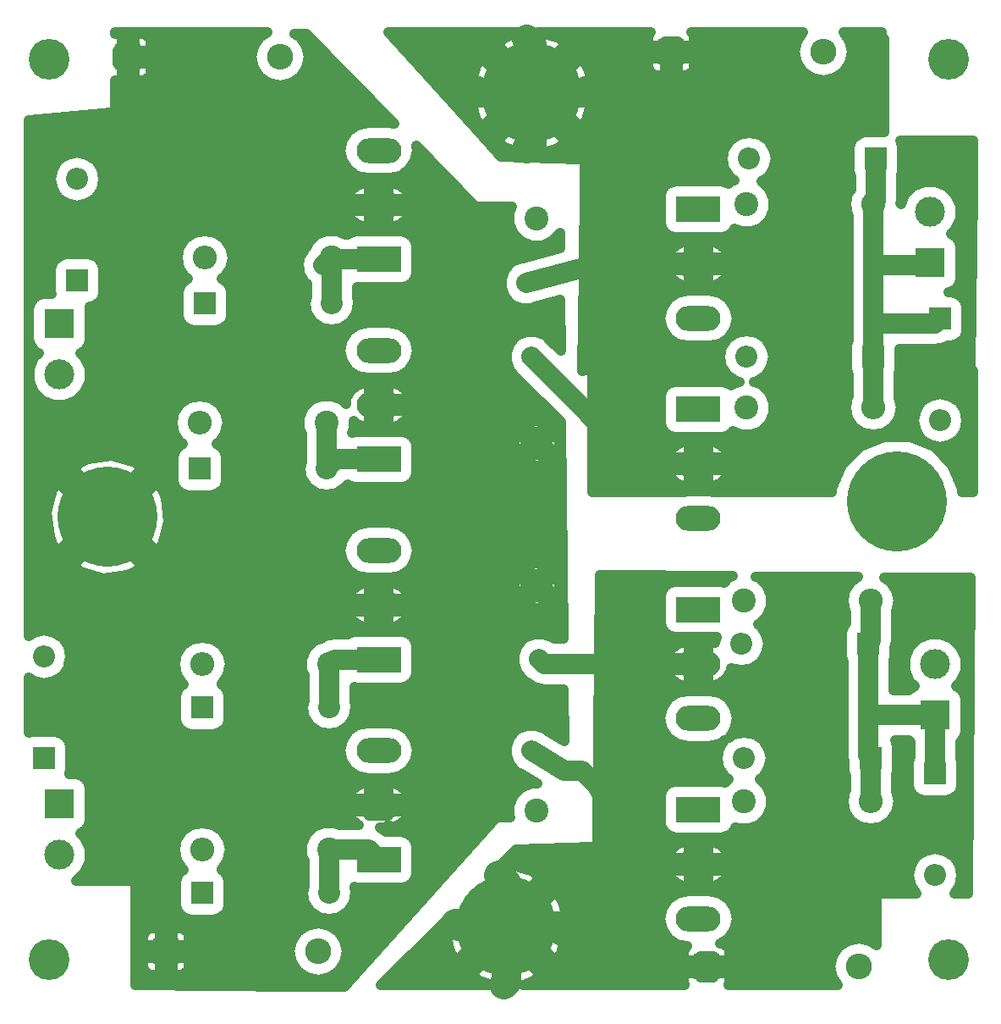
<source format=gbr>
G04 #@! TF.FileFunction,Copper,L2,Bot,Signal*
%FSLAX46Y46*%
G04 Gerber Fmt 4.6, Leading zero omitted, Abs format (unit mm)*
G04 Created by KiCad (PCBNEW 4.0.7) date 05/14/18 04:12:04*
%MOMM*%
%LPD*%
G01*
G04 APERTURE LIST*
%ADD10C,0.100000*%
%ADD11C,2.400000*%
%ADD12O,2.400000X2.400000*%
%ADD13R,3.000000X3.000000*%
%ADD14C,3.000000*%
%ADD15R,2.200000X2.200000*%
%ADD16O,2.200000X2.200000*%
%ADD17C,4.064000*%
%ADD18R,4.500000X2.500000*%
%ADD19O,4.500000X2.500000*%
%ADD20C,10.000000*%
%ADD21R,2.600000X2.600000*%
%ADD22O,2.600000X2.600000*%
%ADD23C,2.000000*%
%ADD24C,2.000000*%
%ADD25C,3.000000*%
%ADD26C,1.000000*%
G04 APERTURE END LIST*
D10*
D11*
X119808000Y-64516000D03*
D12*
X132508000Y-64516000D03*
D13*
X138684000Y-115570000D03*
D14*
X138684000Y-110490000D03*
D15*
X65358000Y-114808000D03*
D16*
X78058000Y-114808000D03*
D17*
X50000000Y-50000000D03*
X50000000Y-140000000D03*
D18*
X115000000Y-65000000D03*
D19*
X115000000Y-70450000D03*
X115000000Y-75900000D03*
D18*
X83000000Y-70000000D03*
D19*
X83000000Y-64550000D03*
X83000000Y-59100000D03*
D20*
X134874000Y-94234000D03*
X55880000Y-95758000D03*
D17*
X140000000Y-50000000D03*
X140000000Y-140000000D03*
D13*
X138176000Y-70358000D03*
D14*
X138176000Y-65278000D03*
D13*
X51054000Y-76454000D03*
D14*
X51054000Y-81534000D03*
D18*
X115000000Y-85000000D03*
D19*
X115000000Y-90450000D03*
X115000000Y-95900000D03*
D18*
X83000000Y-90000000D03*
D19*
X83000000Y-84550000D03*
X83000000Y-79100000D03*
D18*
X115000000Y-105000000D03*
D19*
X115000000Y-110450000D03*
X115000000Y-115900000D03*
D18*
X83000000Y-110000000D03*
D19*
X83000000Y-104550000D03*
X83000000Y-99100000D03*
D18*
X115000000Y-125000000D03*
D19*
X115000000Y-130450000D03*
X115000000Y-135900000D03*
D18*
X83000000Y-130000000D03*
D19*
X83000000Y-124550000D03*
X83000000Y-119100000D03*
D20*
X95758000Y-136652000D03*
D15*
X139192000Y-75946000D03*
D16*
X139192000Y-86106000D03*
D15*
X52832000Y-72136000D03*
D16*
X52832000Y-61976000D03*
D15*
X132762000Y-59944000D03*
D16*
X120062000Y-59944000D03*
D15*
X65612000Y-74422000D03*
D16*
X78312000Y-74422000D03*
D15*
X132508000Y-79756000D03*
D16*
X119808000Y-79756000D03*
D15*
X65104000Y-90932000D03*
D16*
X77804000Y-90932000D03*
D15*
X132000000Y-108458000D03*
D16*
X119300000Y-108458000D03*
D15*
X132254000Y-119888000D03*
D16*
X119554000Y-119888000D03*
D15*
X65358000Y-133350000D03*
D16*
X78058000Y-133350000D03*
D11*
X78312000Y-69850000D03*
D12*
X65612000Y-69850000D03*
D11*
X119808000Y-84836000D03*
D12*
X132508000Y-84836000D03*
D11*
X77804000Y-86360000D03*
D12*
X65104000Y-86360000D03*
D11*
X119554000Y-104140000D03*
D12*
X132254000Y-104140000D03*
D11*
X78058000Y-110490000D03*
D12*
X65358000Y-110490000D03*
D11*
X119554000Y-124206000D03*
D12*
X132254000Y-124206000D03*
D11*
X78058000Y-129032000D03*
D12*
X65358000Y-129032000D03*
D21*
X61722000Y-139192000D03*
D22*
X76962000Y-139192000D03*
D21*
X115824000Y-140716000D03*
D22*
X131064000Y-140716000D03*
D11*
X98806000Y-102616000D03*
X98806000Y-125116000D03*
X98806000Y-88392000D03*
X98806000Y-65892000D03*
D13*
X51054000Y-124460000D03*
D14*
X51054000Y-129540000D03*
D20*
X98298000Y-53340000D03*
D15*
X49530000Y-119888000D03*
D16*
X49530000Y-109728000D03*
D15*
X138684000Y-121412000D03*
D16*
X138684000Y-131572000D03*
D21*
X57912000Y-49784000D03*
D22*
X73152000Y-49784000D03*
D21*
X112268000Y-49276000D03*
D22*
X127508000Y-49276000D03*
D23*
X98298000Y-119126000D03*
X99060000Y-109982000D03*
X97790000Y-72390000D03*
X98298000Y-79756000D03*
D24*
X132508000Y-76454000D02*
X138684000Y-76454000D01*
X138684000Y-76454000D02*
X139192000Y-75946000D01*
X132508000Y-70612000D02*
X137922000Y-70612000D01*
X137922000Y-70612000D02*
X138176000Y-70358000D01*
X132508000Y-64516000D02*
X132508000Y-70612000D01*
X132508000Y-70612000D02*
X132508000Y-76454000D01*
X132508000Y-76454000D02*
X132508000Y-79756000D01*
X132508000Y-79756000D02*
X132508000Y-84836000D01*
X132762000Y-59944000D02*
X132762000Y-64262000D01*
X132762000Y-64262000D02*
X132508000Y-64516000D01*
X78312000Y-69850000D02*
X78312000Y-74422000D01*
X83000000Y-70000000D02*
X78082000Y-70000000D01*
X78082000Y-70000000D02*
X77470000Y-70612000D01*
X77470000Y-70612000D02*
X78312000Y-69850000D01*
X83462000Y-70000000D02*
X83312000Y-69850000D01*
X109622000Y-130450000D02*
X114572000Y-130450000D01*
X109474000Y-130302000D02*
X109622000Y-130450000D01*
X104902000Y-122682000D02*
X109474000Y-130302000D01*
X103378000Y-121158000D02*
X104902000Y-122682000D01*
X101600000Y-121158000D02*
X103378000Y-121158000D01*
X98298000Y-119126000D02*
X101600000Y-121158000D01*
X99528000Y-110450000D02*
X114318000Y-110450000D01*
X99060000Y-109982000D02*
X99528000Y-110450000D01*
D25*
X95758000Y-136652000D02*
X95758000Y-132334000D01*
X95758000Y-132334000D02*
X94996000Y-131572000D01*
X95758000Y-136652000D02*
X90932000Y-136652000D01*
X90932000Y-136652000D02*
X90678000Y-136398000D01*
X95758000Y-136652000D02*
X95758000Y-142240000D01*
X95758000Y-142240000D02*
X95504000Y-142494000D01*
X95758000Y-136652000D02*
X100838000Y-136652000D01*
X100838000Y-136652000D02*
X101346000Y-137160000D01*
D24*
X83000000Y-90000000D02*
X78736000Y-90000000D01*
X78736000Y-90000000D02*
X77804000Y-90932000D01*
X77804000Y-86360000D02*
X77804000Y-90932000D01*
X83000000Y-110000000D02*
X78548000Y-110000000D01*
X78548000Y-110000000D02*
X78058000Y-110490000D01*
X78058000Y-110490000D02*
X78058000Y-114808000D01*
X78058000Y-129032000D02*
X82032000Y-129032000D01*
X82032000Y-129032000D02*
X83000000Y-130000000D01*
X78058000Y-133350000D02*
X78058000Y-129032000D01*
X132254000Y-119888000D02*
X132254000Y-124206000D01*
X138684000Y-121412000D02*
X138684000Y-115570000D01*
X138684000Y-115570000D02*
X132000000Y-115570000D01*
X132000000Y-115570000D02*
X132080000Y-115570000D01*
X132080000Y-115570000D02*
X132000000Y-115570000D01*
X132000000Y-108458000D02*
X132000000Y-115570000D01*
X132000000Y-115570000D02*
X132000000Y-119634000D01*
X132000000Y-119634000D02*
X132254000Y-119888000D01*
X132254000Y-104140000D02*
X132254000Y-108204000D01*
X132254000Y-108204000D02*
X132000000Y-108458000D01*
X104810000Y-70450000D02*
X115080000Y-70450000D01*
X97790000Y-72390000D02*
X104810000Y-70450000D01*
X108738000Y-90450000D02*
X114572000Y-90450000D01*
X108458000Y-90170000D02*
X108738000Y-90450000D01*
X103886000Y-85344000D02*
X108458000Y-90170000D01*
X98298000Y-79756000D02*
X103886000Y-85344000D01*
D25*
X98298000Y-53340000D02*
X92964000Y-53340000D01*
X92964000Y-53340000D02*
X92710000Y-53086000D01*
X98298000Y-53340000D02*
X98298000Y-48514000D01*
X98298000Y-48514000D02*
X97790000Y-48006000D01*
X98298000Y-53340000D02*
X103632000Y-53340000D01*
X103632000Y-53340000D02*
X103886000Y-53086000D01*
X98298000Y-53340000D02*
X98298000Y-58420000D01*
X98298000Y-58420000D02*
X97790000Y-58928000D01*
D24*
X51054000Y-81026000D02*
X50800000Y-81280000D01*
D26*
G36*
X71117246Y-47804101D02*
X70510282Y-48712486D01*
X70297145Y-49784000D01*
X70510282Y-50855514D01*
X71117246Y-51763899D01*
X72025631Y-52370863D01*
X73097145Y-52584000D01*
X73206855Y-52584000D01*
X74278369Y-52370863D01*
X75186754Y-51763899D01*
X75793718Y-50855514D01*
X76006855Y-49784000D01*
X75793718Y-48712486D01*
X75186754Y-47804101D01*
X74615542Y-47422429D01*
X75726264Y-47479389D01*
X84562213Y-56447218D01*
X84073467Y-56350000D01*
X81926533Y-56350000D01*
X80874154Y-56559331D01*
X79981989Y-57155456D01*
X79385864Y-58047621D01*
X79176533Y-59100000D01*
X79385864Y-60152379D01*
X79981989Y-61044544D01*
X80874154Y-61640669D01*
X81926533Y-61850000D01*
X84073467Y-61850000D01*
X85125846Y-61640669D01*
X86018011Y-61044544D01*
X86614136Y-60152379D01*
X86823467Y-59100000D01*
X86734299Y-58651723D01*
X92607837Y-64612925D01*
X92772427Y-64723844D01*
X92964000Y-64762000D01*
X96351700Y-64762000D01*
X96106470Y-65352581D01*
X96105532Y-66426707D01*
X96515717Y-67419429D01*
X97274576Y-68179614D01*
X98266581Y-68591530D01*
X99340707Y-68592468D01*
X100333429Y-68182283D01*
X101093614Y-67423424D01*
X101125272Y-67347183D01*
X101137763Y-68871127D01*
X97451984Y-69889704D01*
X97294901Y-69889567D01*
X96375714Y-70269367D01*
X95671839Y-70972015D01*
X95290435Y-71890538D01*
X95289567Y-72885099D01*
X95669367Y-73804286D01*
X96372015Y-74508161D01*
X97290538Y-74889565D01*
X98285099Y-74890433D01*
X98603340Y-74758938D01*
X101180187Y-74046818D01*
X101221971Y-79144437D01*
X100066450Y-77988916D01*
X99715985Y-77637839D01*
X98797462Y-77256435D01*
X97802901Y-77255567D01*
X96883714Y-77635367D01*
X96179839Y-78338015D01*
X95798435Y-79256538D01*
X95797567Y-80251099D01*
X96177367Y-81170286D01*
X96880015Y-81874161D01*
X96881062Y-81874596D01*
X101280409Y-86273943D01*
X101458082Y-107950000D01*
X100563996Y-107950000D01*
X100477985Y-107863839D01*
X99559462Y-107482435D01*
X98564901Y-107481567D01*
X97645714Y-107861367D01*
X96941839Y-108564015D01*
X96560435Y-109482538D01*
X96559567Y-110477099D01*
X96939367Y-111396286D01*
X97642015Y-112100161D01*
X97643062Y-112100596D01*
X97760233Y-112217767D01*
X98571291Y-112759699D01*
X99528000Y-112950000D01*
X101499065Y-112950000D01*
X101541990Y-118186852D01*
X99859160Y-117151264D01*
X99715985Y-117007839D01*
X98797462Y-116626435D01*
X97802901Y-116625567D01*
X96883714Y-117005367D01*
X96179839Y-117708015D01*
X95798435Y-118626538D01*
X95797567Y-119621099D01*
X96177367Y-120540286D01*
X96880015Y-121244161D01*
X97156396Y-121358924D01*
X98874239Y-122416059D01*
X98271293Y-122415532D01*
X97278571Y-122825717D01*
X96518386Y-123584576D01*
X96106470Y-124576581D01*
X96105532Y-125650707D01*
X96141601Y-125738000D01*
X94996000Y-125738000D01*
X94801472Y-125777393D01*
X94623525Y-125904440D01*
X79585411Y-142697000D01*
X74743912Y-142697000D01*
X58666000Y-142507848D01*
X58666000Y-140094000D01*
X59414000Y-140094000D01*
X59414000Y-140692503D01*
X59567459Y-141062986D01*
X59851014Y-141346541D01*
X60221496Y-141500000D01*
X60820000Y-141500000D01*
X61072000Y-141248000D01*
X61072000Y-139842000D01*
X62372000Y-139842000D01*
X62372000Y-141248000D01*
X62624000Y-141500000D01*
X63222504Y-141500000D01*
X63592986Y-141346541D01*
X63876541Y-141062986D01*
X64030000Y-140692503D01*
X64030000Y-140094000D01*
X63778000Y-139842000D01*
X62372000Y-139842000D01*
X61072000Y-139842000D01*
X59666000Y-139842000D01*
X59414000Y-140094000D01*
X58666000Y-140094000D01*
X58666000Y-139192000D01*
X74107145Y-139192000D01*
X74320282Y-140263514D01*
X74927246Y-141171899D01*
X75835631Y-141778863D01*
X76907145Y-141992000D01*
X77016855Y-141992000D01*
X78088369Y-141778863D01*
X78996754Y-141171899D01*
X79603718Y-140263514D01*
X79816855Y-139192000D01*
X79603718Y-138120486D01*
X78996754Y-137212101D01*
X78088369Y-136605137D01*
X77016855Y-136392000D01*
X76907145Y-136392000D01*
X75835631Y-136605137D01*
X74927246Y-137212101D01*
X74320282Y-138120486D01*
X74107145Y-139192000D01*
X58666000Y-139192000D01*
X58666000Y-137691497D01*
X59414000Y-137691497D01*
X59414000Y-138290000D01*
X59666000Y-138542000D01*
X61072000Y-138542000D01*
X61072000Y-137136000D01*
X62372000Y-137136000D01*
X62372000Y-138542000D01*
X63778000Y-138542000D01*
X64030000Y-138290000D01*
X64030000Y-137691497D01*
X63876541Y-137321014D01*
X63592986Y-137037459D01*
X63222504Y-136884000D01*
X62624000Y-136884000D01*
X62372000Y-137136000D01*
X61072000Y-137136000D01*
X60820000Y-136884000D01*
X60221496Y-136884000D01*
X59851014Y-137037459D01*
X59567459Y-137321014D01*
X59414000Y-137691497D01*
X58666000Y-137691497D01*
X58666000Y-132588000D01*
X58626607Y-132393472D01*
X58514635Y-132229596D01*
X58347729Y-132122195D01*
X58166000Y-132088000D01*
X52743299Y-132088000D01*
X52751143Y-132084759D01*
X53595793Y-131241582D01*
X54053478Y-130139355D01*
X54054443Y-129032000D01*
X62605104Y-129032000D01*
X62810629Y-130065245D01*
X63395916Y-130941188D01*
X63457719Y-130982483D01*
X63191604Y-131153724D01*
X62849108Y-131654983D01*
X62728614Y-132250000D01*
X62728614Y-134450000D01*
X62833207Y-135005867D01*
X63161724Y-135516396D01*
X63662983Y-135858892D01*
X64258000Y-135979386D01*
X66458000Y-135979386D01*
X67013867Y-135874793D01*
X67524396Y-135546276D01*
X67866892Y-135045017D01*
X67987386Y-134450000D01*
X67987386Y-132250000D01*
X67882793Y-131694133D01*
X67554276Y-131183604D01*
X67259113Y-130981928D01*
X67320084Y-130941188D01*
X67905371Y-130065245D01*
X68004536Y-129566707D01*
X75357532Y-129566707D01*
X75558000Y-130051876D01*
X75558000Y-132591188D01*
X75407063Y-133350000D01*
X75604976Y-134344977D01*
X76168585Y-135188478D01*
X77012086Y-135752087D01*
X78007063Y-135950000D01*
X78108937Y-135950000D01*
X79103914Y-135752087D01*
X79947415Y-135188478D01*
X80511024Y-134344977D01*
X80708937Y-133350000D01*
X80588948Y-132746772D01*
X80750000Y-132779386D01*
X85250000Y-132779386D01*
X85805867Y-132674793D01*
X86316396Y-132346276D01*
X86658892Y-131845017D01*
X86779386Y-131250000D01*
X86779386Y-128750000D01*
X86674793Y-128194133D01*
X86346276Y-127683604D01*
X85845017Y-127341108D01*
X85250000Y-127220614D01*
X83734487Y-127220614D01*
X83116967Y-126808000D01*
X84000002Y-126808000D01*
X84000002Y-126556001D01*
X84353229Y-126780200D01*
X85179802Y-126475261D01*
X85826760Y-125877219D01*
X86045294Y-125506733D01*
X85906151Y-125175000D01*
X84000000Y-125175000D01*
X84000000Y-125570000D01*
X82000000Y-125570000D01*
X82000000Y-125175000D01*
X80093849Y-125175000D01*
X79954706Y-125506733D01*
X80173240Y-125877219D01*
X80820198Y-126475261D01*
X80973996Y-126532000D01*
X79077941Y-126532000D01*
X78597419Y-126332470D01*
X77523293Y-126331532D01*
X76530571Y-126741717D01*
X75770386Y-127500576D01*
X75358470Y-128492581D01*
X75357532Y-129566707D01*
X68004536Y-129566707D01*
X68110896Y-129032000D01*
X67905371Y-127998755D01*
X67320084Y-127122812D01*
X66444141Y-126537525D01*
X65410896Y-126332000D01*
X65305104Y-126332000D01*
X64271859Y-126537525D01*
X63395916Y-127122812D01*
X62810629Y-127998755D01*
X62605104Y-129032000D01*
X54054443Y-129032000D01*
X54054519Y-128945881D01*
X53598759Y-127842857D01*
X53129124Y-127372401D01*
X53620396Y-127056276D01*
X53962892Y-126555017D01*
X54083386Y-125960000D01*
X54083386Y-123593267D01*
X79954706Y-123593267D01*
X80093849Y-123925000D01*
X82000000Y-123925000D01*
X82000000Y-122544000D01*
X84000000Y-122544000D01*
X84000000Y-123925000D01*
X85906151Y-123925000D01*
X86045294Y-123593267D01*
X85826760Y-123222781D01*
X85179802Y-122624739D01*
X84353229Y-122319800D01*
X84000000Y-122544000D01*
X82000000Y-122544000D01*
X81646771Y-122319800D01*
X80820198Y-122624739D01*
X80173240Y-123222781D01*
X79954706Y-123593267D01*
X54083386Y-123593267D01*
X54083386Y-122960000D01*
X53978793Y-122404133D01*
X53650276Y-121893604D01*
X53149017Y-121551108D01*
X52554000Y-121430614D01*
X52069754Y-121430614D01*
X52159386Y-120988000D01*
X52159386Y-119100000D01*
X79176533Y-119100000D01*
X79385864Y-120152379D01*
X79981989Y-121044544D01*
X80874154Y-121640669D01*
X81926533Y-121850000D01*
X84073467Y-121850000D01*
X85125846Y-121640669D01*
X86018011Y-121044544D01*
X86614136Y-120152379D01*
X86823467Y-119100000D01*
X86614136Y-118047621D01*
X86018011Y-117155456D01*
X85125846Y-116559331D01*
X84073467Y-116350000D01*
X81926533Y-116350000D01*
X80874154Y-116559331D01*
X79981989Y-117155456D01*
X79385864Y-118047621D01*
X79176533Y-119100000D01*
X52159386Y-119100000D01*
X52159386Y-118788000D01*
X52054793Y-118232133D01*
X51726276Y-117721604D01*
X51225017Y-117379108D01*
X50630000Y-117258614D01*
X48430000Y-117258614D01*
X47998000Y-117339900D01*
X47998000Y-111822197D01*
X48535023Y-112181024D01*
X49530000Y-112378937D01*
X50524977Y-112181024D01*
X51368478Y-111617415D01*
X51932087Y-110773914D01*
X51988560Y-110490000D01*
X62605104Y-110490000D01*
X62810629Y-111523245D01*
X63395916Y-112399188D01*
X63457719Y-112440483D01*
X63191604Y-112611724D01*
X62849108Y-113112983D01*
X62728614Y-113708000D01*
X62728614Y-115908000D01*
X62833207Y-116463867D01*
X63161724Y-116974396D01*
X63662983Y-117316892D01*
X64258000Y-117437386D01*
X66458000Y-117437386D01*
X67013867Y-117332793D01*
X67524396Y-117004276D01*
X67866892Y-116503017D01*
X67987386Y-115908000D01*
X67987386Y-113708000D01*
X67882793Y-113152133D01*
X67554276Y-112641604D01*
X67259113Y-112439928D01*
X67320084Y-112399188D01*
X67905371Y-111523245D01*
X68004536Y-111024707D01*
X75357532Y-111024707D01*
X75558000Y-111509876D01*
X75558000Y-114049188D01*
X75407063Y-114808000D01*
X75604976Y-115802977D01*
X76168585Y-116646478D01*
X77012086Y-117210087D01*
X78007063Y-117408000D01*
X78108937Y-117408000D01*
X79103914Y-117210087D01*
X79947415Y-116646478D01*
X80511024Y-115802977D01*
X80708937Y-114808000D01*
X80558000Y-114049188D01*
X80558000Y-112740505D01*
X80750000Y-112779386D01*
X85250000Y-112779386D01*
X85805867Y-112674793D01*
X86316396Y-112346276D01*
X86658892Y-111845017D01*
X86779386Y-111250000D01*
X86779386Y-108750000D01*
X86674793Y-108194133D01*
X86346276Y-107683604D01*
X85845017Y-107341108D01*
X85250000Y-107220614D01*
X80750000Y-107220614D01*
X80194133Y-107325207D01*
X79922497Y-107500000D01*
X78548000Y-107500000D01*
X77591291Y-107690301D01*
X77312317Y-107876706D01*
X76530571Y-108199717D01*
X75770386Y-108958576D01*
X75358470Y-109950581D01*
X75357532Y-111024707D01*
X68004536Y-111024707D01*
X68110896Y-110490000D01*
X67905371Y-109456755D01*
X67320084Y-108580812D01*
X66444141Y-107995525D01*
X65410896Y-107790000D01*
X65305104Y-107790000D01*
X64271859Y-107995525D01*
X63395916Y-108580812D01*
X62810629Y-109456755D01*
X62605104Y-110490000D01*
X51988560Y-110490000D01*
X52130000Y-109778937D01*
X52130000Y-109677063D01*
X51932087Y-108682086D01*
X51368478Y-107838585D01*
X50524977Y-107274976D01*
X49530000Y-107077063D01*
X48535023Y-107274976D01*
X47998000Y-107633803D01*
X47998000Y-105506733D01*
X79954706Y-105506733D01*
X80173240Y-105877219D01*
X80820198Y-106475261D01*
X81646771Y-106780200D01*
X82000000Y-106556000D01*
X82000000Y-105175000D01*
X84000000Y-105175000D01*
X84000000Y-106556000D01*
X84353229Y-106780200D01*
X85179802Y-106475261D01*
X85826760Y-105877219D01*
X86045294Y-105506733D01*
X85906151Y-105175000D01*
X84000000Y-105175000D01*
X82000000Y-105175000D01*
X80093849Y-105175000D01*
X79954706Y-105506733D01*
X47998000Y-105506733D01*
X47998000Y-104388787D01*
X97881741Y-104388787D01*
X98016017Y-104724100D01*
X98882886Y-104865944D01*
X99595983Y-104724100D01*
X99730259Y-104388787D01*
X98806000Y-103464528D01*
X97881741Y-104388787D01*
X47998000Y-104388787D01*
X47998000Y-103593267D01*
X79954706Y-103593267D01*
X80093849Y-103925000D01*
X82000000Y-103925000D01*
X82000000Y-102544000D01*
X84000000Y-102544000D01*
X84000000Y-103925000D01*
X85906151Y-103925000D01*
X86045294Y-103593267D01*
X85826760Y-103222781D01*
X85253523Y-102692886D01*
X96556056Y-102692886D01*
X96697900Y-103405983D01*
X97033213Y-103540259D01*
X97957472Y-102616000D01*
X99654528Y-102616000D01*
X100578787Y-103540259D01*
X100914100Y-103405983D01*
X101055944Y-102539114D01*
X100914100Y-101826017D01*
X100578787Y-101691741D01*
X99654528Y-102616000D01*
X97957472Y-102616000D01*
X97033213Y-101691741D01*
X96697900Y-101826017D01*
X96556056Y-102692886D01*
X85253523Y-102692886D01*
X85179802Y-102624739D01*
X84353229Y-102319800D01*
X84000000Y-102544000D01*
X82000000Y-102544000D01*
X81646771Y-102319800D01*
X80820198Y-102624739D01*
X80173240Y-103222781D01*
X79954706Y-103593267D01*
X47998000Y-103593267D01*
X47998000Y-100557808D01*
X52494406Y-100557808D01*
X53136719Y-101235104D01*
X55441536Y-101867992D01*
X57813105Y-101570690D01*
X58623281Y-101235104D01*
X59265594Y-100557808D01*
X55880000Y-97172214D01*
X52494406Y-100557808D01*
X47998000Y-100557808D01*
X47998000Y-95319536D01*
X49770008Y-95319536D01*
X50067310Y-97691105D01*
X50402896Y-98501281D01*
X51080192Y-99143594D01*
X54465786Y-95758000D01*
X57294214Y-95758000D01*
X60679808Y-99143594D01*
X60725776Y-99100000D01*
X79176533Y-99100000D01*
X79385864Y-100152379D01*
X79981989Y-101044544D01*
X80874154Y-101640669D01*
X81926533Y-101850000D01*
X84073467Y-101850000D01*
X85125846Y-101640669D01*
X86018011Y-101044544D01*
X86152535Y-100843213D01*
X97881741Y-100843213D01*
X98806000Y-101767472D01*
X99730259Y-100843213D01*
X99595983Y-100507900D01*
X98729114Y-100366056D01*
X98016017Y-100507900D01*
X97881741Y-100843213D01*
X86152535Y-100843213D01*
X86614136Y-100152379D01*
X86823467Y-99100000D01*
X86614136Y-98047621D01*
X86018011Y-97155456D01*
X85125846Y-96559331D01*
X84073467Y-96350000D01*
X81926533Y-96350000D01*
X80874154Y-96559331D01*
X79981989Y-97155456D01*
X79385864Y-98047621D01*
X79176533Y-99100000D01*
X60725776Y-99100000D01*
X61357104Y-98501281D01*
X61989992Y-96196464D01*
X61692690Y-93824895D01*
X61357104Y-93014719D01*
X60679808Y-92372406D01*
X57294214Y-95758000D01*
X54465786Y-95758000D01*
X51080192Y-92372406D01*
X50402896Y-93014719D01*
X49770008Y-95319536D01*
X47998000Y-95319536D01*
X47998000Y-90958192D01*
X52494406Y-90958192D01*
X55880000Y-94343786D01*
X59265594Y-90958192D01*
X58623281Y-90280896D01*
X56318464Y-89648008D01*
X53946895Y-89945310D01*
X53136719Y-90280896D01*
X52494406Y-90958192D01*
X47998000Y-90958192D01*
X47998000Y-86360000D01*
X62351104Y-86360000D01*
X62556629Y-87393245D01*
X63141916Y-88269188D01*
X63397366Y-88439875D01*
X62937604Y-88735724D01*
X62595108Y-89236983D01*
X62474614Y-89832000D01*
X62474614Y-92032000D01*
X62579207Y-92587867D01*
X62907724Y-93098396D01*
X63408983Y-93440892D01*
X64004000Y-93561386D01*
X66204000Y-93561386D01*
X66759867Y-93456793D01*
X67270396Y-93128276D01*
X67612892Y-92627017D01*
X67733386Y-92032000D01*
X67733386Y-89832000D01*
X67628793Y-89276133D01*
X67300276Y-88765604D01*
X66817167Y-88435509D01*
X67066084Y-88269188D01*
X67651371Y-87393245D01*
X67750536Y-86894707D01*
X75103532Y-86894707D01*
X75304000Y-87379876D01*
X75304000Y-90173188D01*
X75153063Y-90932000D01*
X75350976Y-91926977D01*
X75914585Y-92770478D01*
X76758086Y-93334087D01*
X77753063Y-93532000D01*
X77854937Y-93532000D01*
X78849914Y-93334087D01*
X79693415Y-92770478D01*
X79874143Y-92500000D01*
X79922437Y-92500000D01*
X80154983Y-92658892D01*
X80750000Y-92779386D01*
X85250000Y-92779386D01*
X85805867Y-92674793D01*
X86316396Y-92346276D01*
X86658892Y-91845017D01*
X86779386Y-91250000D01*
X86779386Y-90164787D01*
X97881741Y-90164787D01*
X98016017Y-90500100D01*
X98882886Y-90641944D01*
X99595983Y-90500100D01*
X99730259Y-90164787D01*
X98806000Y-89240528D01*
X97881741Y-90164787D01*
X86779386Y-90164787D01*
X86779386Y-88750000D01*
X86726492Y-88468886D01*
X96556056Y-88468886D01*
X96697900Y-89181983D01*
X97033213Y-89316259D01*
X97957472Y-88392000D01*
X99654528Y-88392000D01*
X100578787Y-89316259D01*
X100914100Y-89181983D01*
X101055944Y-88315114D01*
X100914100Y-87602017D01*
X100578787Y-87467741D01*
X99654528Y-88392000D01*
X97957472Y-88392000D01*
X97033213Y-87467741D01*
X96697900Y-87602017D01*
X96556056Y-88468886D01*
X86726492Y-88468886D01*
X86674793Y-88194133D01*
X86346276Y-87683604D01*
X85845017Y-87341108D01*
X85250000Y-87220614D01*
X80750000Y-87220614D01*
X80337965Y-87298143D01*
X80503530Y-86899419D01*
X80504156Y-86183114D01*
X80820198Y-86475261D01*
X81646771Y-86780200D01*
X82000000Y-86556000D01*
X82000000Y-85175000D01*
X84000000Y-85175000D01*
X84000000Y-86556000D01*
X84353229Y-86780200D01*
X84789603Y-86619213D01*
X97881741Y-86619213D01*
X98806000Y-87543472D01*
X99730259Y-86619213D01*
X99595983Y-86283900D01*
X98729114Y-86142056D01*
X98016017Y-86283900D01*
X97881741Y-86619213D01*
X84789603Y-86619213D01*
X85179802Y-86475261D01*
X85826760Y-85877219D01*
X86045294Y-85506733D01*
X85906151Y-85175000D01*
X84000000Y-85175000D01*
X82000000Y-85175000D01*
X81980000Y-85175000D01*
X81980000Y-83925000D01*
X82000000Y-83925000D01*
X82000000Y-82544000D01*
X84000000Y-82544000D01*
X84000000Y-83925000D01*
X85906151Y-83925000D01*
X86045294Y-83593267D01*
X85826760Y-83222781D01*
X85179802Y-82624739D01*
X84353229Y-82319800D01*
X84000000Y-82544000D01*
X82000000Y-82544000D01*
X81646771Y-82319800D01*
X80820198Y-82624739D01*
X80173240Y-83222781D01*
X79980229Y-83549998D01*
X79742000Y-83549998D01*
X79742000Y-84479672D01*
X79335424Y-84072386D01*
X78343419Y-83660470D01*
X77269293Y-83659532D01*
X76276571Y-84069717D01*
X75516386Y-84828576D01*
X75104470Y-85820581D01*
X75103532Y-86894707D01*
X67750536Y-86894707D01*
X67856896Y-86360000D01*
X67651371Y-85326755D01*
X67066084Y-84450812D01*
X66190141Y-83865525D01*
X65156896Y-83660000D01*
X65051104Y-83660000D01*
X64017859Y-83865525D01*
X63141916Y-84450812D01*
X62556629Y-85326755D01*
X62351104Y-86360000D01*
X47998000Y-86360000D01*
X47998000Y-74954000D01*
X48024614Y-74954000D01*
X48024614Y-77954000D01*
X48129207Y-78509867D01*
X48457724Y-79020396D01*
X48958983Y-79362892D01*
X48978578Y-79366860D01*
X48512207Y-79832418D01*
X48054522Y-80934645D01*
X48053481Y-82128119D01*
X48509241Y-83231143D01*
X49352418Y-84075793D01*
X50454645Y-84533478D01*
X51648119Y-84534519D01*
X52751143Y-84078759D01*
X53595793Y-83235582D01*
X54053478Y-82133355D01*
X54054519Y-80939881D01*
X53598759Y-79836857D01*
X53129124Y-79366401D01*
X53543122Y-79100000D01*
X79176533Y-79100000D01*
X79385864Y-80152379D01*
X79981989Y-81044544D01*
X80874154Y-81640669D01*
X81926533Y-81850000D01*
X84073467Y-81850000D01*
X85125846Y-81640669D01*
X86018011Y-81044544D01*
X86614136Y-80152379D01*
X86823467Y-79100000D01*
X86614136Y-78047621D01*
X86018011Y-77155456D01*
X85125846Y-76559331D01*
X84073467Y-76350000D01*
X81926533Y-76350000D01*
X80874154Y-76559331D01*
X79981989Y-77155456D01*
X79385864Y-78047621D01*
X79176533Y-79100000D01*
X53543122Y-79100000D01*
X53620396Y-79050276D01*
X53962892Y-78549017D01*
X54083386Y-77954000D01*
X54083386Y-74954000D01*
X54043933Y-74744324D01*
X54487867Y-74660793D01*
X54998396Y-74332276D01*
X55340892Y-73831017D01*
X55461386Y-73236000D01*
X55461386Y-71036000D01*
X55356793Y-70480133D01*
X55028276Y-69969604D01*
X54853230Y-69850000D01*
X62859104Y-69850000D01*
X63064629Y-70883245D01*
X63649916Y-71759188D01*
X63905366Y-71929875D01*
X63445604Y-72225724D01*
X63103108Y-72726983D01*
X62982614Y-73322000D01*
X62982614Y-75522000D01*
X63087207Y-76077867D01*
X63415724Y-76588396D01*
X63916983Y-76930892D01*
X64512000Y-77051386D01*
X66712000Y-77051386D01*
X67267867Y-76946793D01*
X67778396Y-76618276D01*
X68120892Y-76117017D01*
X68241386Y-75522000D01*
X68241386Y-73322000D01*
X68136793Y-72766133D01*
X67808276Y-72255604D01*
X67325167Y-71925509D01*
X67574084Y-71759188D01*
X68159371Y-70883245D01*
X68213324Y-70612000D01*
X74970000Y-70612000D01*
X75053228Y-71030416D01*
X75115511Y-71452467D01*
X75147969Y-71506712D01*
X75160301Y-71568708D01*
X75397312Y-71923420D01*
X75616369Y-72289514D01*
X75667114Y-72327208D01*
X75702233Y-72379767D01*
X75812000Y-72453111D01*
X75812000Y-73663188D01*
X75661063Y-74422000D01*
X75858976Y-75416977D01*
X76422585Y-76260478D01*
X77266086Y-76824087D01*
X78261063Y-77022000D01*
X78362937Y-77022000D01*
X79357914Y-76824087D01*
X80201415Y-76260478D01*
X80765024Y-75416977D01*
X80962937Y-74422000D01*
X80812000Y-73663188D01*
X80812000Y-72779386D01*
X85250000Y-72779386D01*
X85805867Y-72674793D01*
X86316396Y-72346276D01*
X86658892Y-71845017D01*
X86779386Y-71250000D01*
X86779386Y-68750000D01*
X86674793Y-68194133D01*
X86346276Y-67683604D01*
X85845017Y-67341108D01*
X85250000Y-67220614D01*
X80750000Y-67220614D01*
X80194133Y-67325207D01*
X79922497Y-67500000D01*
X79693182Y-67500000D01*
X78851419Y-67150470D01*
X77777293Y-67149532D01*
X76784571Y-67559717D01*
X76024386Y-68318576D01*
X75879880Y-68666586D01*
X75702233Y-68844233D01*
X75465222Y-69198946D01*
X75210825Y-69541425D01*
X75195419Y-69602734D01*
X75160301Y-69655292D01*
X75077072Y-70073713D01*
X74973104Y-70487467D01*
X74982332Y-70550001D01*
X74970000Y-70612000D01*
X68213324Y-70612000D01*
X68364896Y-69850000D01*
X68159371Y-68816755D01*
X67574084Y-67940812D01*
X66698141Y-67355525D01*
X65664896Y-67150000D01*
X65559104Y-67150000D01*
X64525859Y-67355525D01*
X63649916Y-67940812D01*
X63064629Y-68816755D01*
X62859104Y-69850000D01*
X54853230Y-69850000D01*
X54527017Y-69627108D01*
X53932000Y-69506614D01*
X51732000Y-69506614D01*
X51176133Y-69611207D01*
X50665604Y-69939724D01*
X50323108Y-70440983D01*
X50202614Y-71036000D01*
X50202614Y-73236000D01*
X50238104Y-73424614D01*
X49554000Y-73424614D01*
X48998133Y-73529207D01*
X48487604Y-73857724D01*
X48145108Y-74358983D01*
X48024614Y-74954000D01*
X47998000Y-74954000D01*
X47998000Y-65506733D01*
X79954706Y-65506733D01*
X80173240Y-65877219D01*
X80820198Y-66475261D01*
X81646771Y-66780200D01*
X82000000Y-66556000D01*
X82000000Y-65175000D01*
X84000000Y-65175000D01*
X84000000Y-66556000D01*
X84353229Y-66780200D01*
X85179802Y-66475261D01*
X85826760Y-65877219D01*
X86045294Y-65506733D01*
X85906151Y-65175000D01*
X84000000Y-65175000D01*
X82000000Y-65175000D01*
X80093849Y-65175000D01*
X79954706Y-65506733D01*
X47998000Y-65506733D01*
X47998000Y-61925063D01*
X50232000Y-61925063D01*
X50232000Y-62026937D01*
X50429913Y-63021914D01*
X50993522Y-63865415D01*
X51837023Y-64429024D01*
X52832000Y-64626937D01*
X53826977Y-64429024D01*
X54670478Y-63865415D01*
X54852321Y-63593267D01*
X79954706Y-63593267D01*
X80093849Y-63925000D01*
X82000000Y-63925000D01*
X82000000Y-62544000D01*
X84000000Y-62544000D01*
X84000000Y-63925000D01*
X85906151Y-63925000D01*
X86045294Y-63593267D01*
X85826760Y-63222781D01*
X85179802Y-62624739D01*
X84353229Y-62319800D01*
X84000000Y-62544000D01*
X82000000Y-62544000D01*
X81646771Y-62319800D01*
X80820198Y-62624739D01*
X80173240Y-63222781D01*
X79954706Y-63593267D01*
X54852321Y-63593267D01*
X55234087Y-63021914D01*
X55432000Y-62026937D01*
X55432000Y-61925063D01*
X55234087Y-60930086D01*
X54670478Y-60086585D01*
X53826977Y-59522976D01*
X52832000Y-59325063D01*
X51837023Y-59522976D01*
X50993522Y-60086585D01*
X50429913Y-60930086D01*
X50232000Y-61925063D01*
X47998000Y-61925063D01*
X47998000Y-56083825D01*
X56177947Y-55362065D01*
X56368260Y-55305727D01*
X56521660Y-55179785D01*
X56613976Y-55004084D01*
X56634000Y-54864000D01*
X56634000Y-52092000D01*
X57010000Y-52092000D01*
X57262000Y-51840000D01*
X57262000Y-50434000D01*
X58562000Y-50434000D01*
X58562000Y-51840000D01*
X58814000Y-52092000D01*
X59412504Y-52092000D01*
X59782986Y-51938541D01*
X60066541Y-51654986D01*
X60220000Y-51284503D01*
X60220000Y-50686000D01*
X59968000Y-50434000D01*
X58562000Y-50434000D01*
X57262000Y-50434000D01*
X56892000Y-50434000D01*
X56892000Y-49134000D01*
X57262000Y-49134000D01*
X57262000Y-47728000D01*
X58562000Y-47728000D01*
X58562000Y-49134000D01*
X59968000Y-49134000D01*
X60220000Y-48882000D01*
X60220000Y-48283497D01*
X60066541Y-47913014D01*
X59782986Y-47629459D01*
X59412504Y-47476000D01*
X58814000Y-47476000D01*
X58562000Y-47728000D01*
X57262000Y-47728000D01*
X57010000Y-47476000D01*
X56634000Y-47476000D01*
X56634000Y-47295000D01*
X71879169Y-47295000D01*
X71117246Y-47804101D01*
X71117246Y-47804101D01*
G37*
X71117246Y-47804101D02*
X70510282Y-48712486D01*
X70297145Y-49784000D01*
X70510282Y-50855514D01*
X71117246Y-51763899D01*
X72025631Y-52370863D01*
X73097145Y-52584000D01*
X73206855Y-52584000D01*
X74278369Y-52370863D01*
X75186754Y-51763899D01*
X75793718Y-50855514D01*
X76006855Y-49784000D01*
X75793718Y-48712486D01*
X75186754Y-47804101D01*
X74615542Y-47422429D01*
X75726264Y-47479389D01*
X84562213Y-56447218D01*
X84073467Y-56350000D01*
X81926533Y-56350000D01*
X80874154Y-56559331D01*
X79981989Y-57155456D01*
X79385864Y-58047621D01*
X79176533Y-59100000D01*
X79385864Y-60152379D01*
X79981989Y-61044544D01*
X80874154Y-61640669D01*
X81926533Y-61850000D01*
X84073467Y-61850000D01*
X85125846Y-61640669D01*
X86018011Y-61044544D01*
X86614136Y-60152379D01*
X86823467Y-59100000D01*
X86734299Y-58651723D01*
X92607837Y-64612925D01*
X92772427Y-64723844D01*
X92964000Y-64762000D01*
X96351700Y-64762000D01*
X96106470Y-65352581D01*
X96105532Y-66426707D01*
X96515717Y-67419429D01*
X97274576Y-68179614D01*
X98266581Y-68591530D01*
X99340707Y-68592468D01*
X100333429Y-68182283D01*
X101093614Y-67423424D01*
X101125272Y-67347183D01*
X101137763Y-68871127D01*
X97451984Y-69889704D01*
X97294901Y-69889567D01*
X96375714Y-70269367D01*
X95671839Y-70972015D01*
X95290435Y-71890538D01*
X95289567Y-72885099D01*
X95669367Y-73804286D01*
X96372015Y-74508161D01*
X97290538Y-74889565D01*
X98285099Y-74890433D01*
X98603340Y-74758938D01*
X101180187Y-74046818D01*
X101221971Y-79144437D01*
X100066450Y-77988916D01*
X99715985Y-77637839D01*
X98797462Y-77256435D01*
X97802901Y-77255567D01*
X96883714Y-77635367D01*
X96179839Y-78338015D01*
X95798435Y-79256538D01*
X95797567Y-80251099D01*
X96177367Y-81170286D01*
X96880015Y-81874161D01*
X96881062Y-81874596D01*
X101280409Y-86273943D01*
X101458082Y-107950000D01*
X100563996Y-107950000D01*
X100477985Y-107863839D01*
X99559462Y-107482435D01*
X98564901Y-107481567D01*
X97645714Y-107861367D01*
X96941839Y-108564015D01*
X96560435Y-109482538D01*
X96559567Y-110477099D01*
X96939367Y-111396286D01*
X97642015Y-112100161D01*
X97643062Y-112100596D01*
X97760233Y-112217767D01*
X98571291Y-112759699D01*
X99528000Y-112950000D01*
X101499065Y-112950000D01*
X101541990Y-118186852D01*
X99859160Y-117151264D01*
X99715985Y-117007839D01*
X98797462Y-116626435D01*
X97802901Y-116625567D01*
X96883714Y-117005367D01*
X96179839Y-117708015D01*
X95798435Y-118626538D01*
X95797567Y-119621099D01*
X96177367Y-120540286D01*
X96880015Y-121244161D01*
X97156396Y-121358924D01*
X98874239Y-122416059D01*
X98271293Y-122415532D01*
X97278571Y-122825717D01*
X96518386Y-123584576D01*
X96106470Y-124576581D01*
X96105532Y-125650707D01*
X96141601Y-125738000D01*
X94996000Y-125738000D01*
X94801472Y-125777393D01*
X94623525Y-125904440D01*
X79585411Y-142697000D01*
X74743912Y-142697000D01*
X58666000Y-142507848D01*
X58666000Y-140094000D01*
X59414000Y-140094000D01*
X59414000Y-140692503D01*
X59567459Y-141062986D01*
X59851014Y-141346541D01*
X60221496Y-141500000D01*
X60820000Y-141500000D01*
X61072000Y-141248000D01*
X61072000Y-139842000D01*
X62372000Y-139842000D01*
X62372000Y-141248000D01*
X62624000Y-141500000D01*
X63222504Y-141500000D01*
X63592986Y-141346541D01*
X63876541Y-141062986D01*
X64030000Y-140692503D01*
X64030000Y-140094000D01*
X63778000Y-139842000D01*
X62372000Y-139842000D01*
X61072000Y-139842000D01*
X59666000Y-139842000D01*
X59414000Y-140094000D01*
X58666000Y-140094000D01*
X58666000Y-139192000D01*
X74107145Y-139192000D01*
X74320282Y-140263514D01*
X74927246Y-141171899D01*
X75835631Y-141778863D01*
X76907145Y-141992000D01*
X77016855Y-141992000D01*
X78088369Y-141778863D01*
X78996754Y-141171899D01*
X79603718Y-140263514D01*
X79816855Y-139192000D01*
X79603718Y-138120486D01*
X78996754Y-137212101D01*
X78088369Y-136605137D01*
X77016855Y-136392000D01*
X76907145Y-136392000D01*
X75835631Y-136605137D01*
X74927246Y-137212101D01*
X74320282Y-138120486D01*
X74107145Y-139192000D01*
X58666000Y-139192000D01*
X58666000Y-137691497D01*
X59414000Y-137691497D01*
X59414000Y-138290000D01*
X59666000Y-138542000D01*
X61072000Y-138542000D01*
X61072000Y-137136000D01*
X62372000Y-137136000D01*
X62372000Y-138542000D01*
X63778000Y-138542000D01*
X64030000Y-138290000D01*
X64030000Y-137691497D01*
X63876541Y-137321014D01*
X63592986Y-137037459D01*
X63222504Y-136884000D01*
X62624000Y-136884000D01*
X62372000Y-137136000D01*
X61072000Y-137136000D01*
X60820000Y-136884000D01*
X60221496Y-136884000D01*
X59851014Y-137037459D01*
X59567459Y-137321014D01*
X59414000Y-137691497D01*
X58666000Y-137691497D01*
X58666000Y-132588000D01*
X58626607Y-132393472D01*
X58514635Y-132229596D01*
X58347729Y-132122195D01*
X58166000Y-132088000D01*
X52743299Y-132088000D01*
X52751143Y-132084759D01*
X53595793Y-131241582D01*
X54053478Y-130139355D01*
X54054443Y-129032000D01*
X62605104Y-129032000D01*
X62810629Y-130065245D01*
X63395916Y-130941188D01*
X63457719Y-130982483D01*
X63191604Y-131153724D01*
X62849108Y-131654983D01*
X62728614Y-132250000D01*
X62728614Y-134450000D01*
X62833207Y-135005867D01*
X63161724Y-135516396D01*
X63662983Y-135858892D01*
X64258000Y-135979386D01*
X66458000Y-135979386D01*
X67013867Y-135874793D01*
X67524396Y-135546276D01*
X67866892Y-135045017D01*
X67987386Y-134450000D01*
X67987386Y-132250000D01*
X67882793Y-131694133D01*
X67554276Y-131183604D01*
X67259113Y-130981928D01*
X67320084Y-130941188D01*
X67905371Y-130065245D01*
X68004536Y-129566707D01*
X75357532Y-129566707D01*
X75558000Y-130051876D01*
X75558000Y-132591188D01*
X75407063Y-133350000D01*
X75604976Y-134344977D01*
X76168585Y-135188478D01*
X77012086Y-135752087D01*
X78007063Y-135950000D01*
X78108937Y-135950000D01*
X79103914Y-135752087D01*
X79947415Y-135188478D01*
X80511024Y-134344977D01*
X80708937Y-133350000D01*
X80588948Y-132746772D01*
X80750000Y-132779386D01*
X85250000Y-132779386D01*
X85805867Y-132674793D01*
X86316396Y-132346276D01*
X86658892Y-131845017D01*
X86779386Y-131250000D01*
X86779386Y-128750000D01*
X86674793Y-128194133D01*
X86346276Y-127683604D01*
X85845017Y-127341108D01*
X85250000Y-127220614D01*
X83734487Y-127220614D01*
X83116967Y-126808000D01*
X84000002Y-126808000D01*
X84000002Y-126556001D01*
X84353229Y-126780200D01*
X85179802Y-126475261D01*
X85826760Y-125877219D01*
X86045294Y-125506733D01*
X85906151Y-125175000D01*
X84000000Y-125175000D01*
X84000000Y-125570000D01*
X82000000Y-125570000D01*
X82000000Y-125175000D01*
X80093849Y-125175000D01*
X79954706Y-125506733D01*
X80173240Y-125877219D01*
X80820198Y-126475261D01*
X80973996Y-126532000D01*
X79077941Y-126532000D01*
X78597419Y-126332470D01*
X77523293Y-126331532D01*
X76530571Y-126741717D01*
X75770386Y-127500576D01*
X75358470Y-128492581D01*
X75357532Y-129566707D01*
X68004536Y-129566707D01*
X68110896Y-129032000D01*
X67905371Y-127998755D01*
X67320084Y-127122812D01*
X66444141Y-126537525D01*
X65410896Y-126332000D01*
X65305104Y-126332000D01*
X64271859Y-126537525D01*
X63395916Y-127122812D01*
X62810629Y-127998755D01*
X62605104Y-129032000D01*
X54054443Y-129032000D01*
X54054519Y-128945881D01*
X53598759Y-127842857D01*
X53129124Y-127372401D01*
X53620396Y-127056276D01*
X53962892Y-126555017D01*
X54083386Y-125960000D01*
X54083386Y-123593267D01*
X79954706Y-123593267D01*
X80093849Y-123925000D01*
X82000000Y-123925000D01*
X82000000Y-122544000D01*
X84000000Y-122544000D01*
X84000000Y-123925000D01*
X85906151Y-123925000D01*
X86045294Y-123593267D01*
X85826760Y-123222781D01*
X85179802Y-122624739D01*
X84353229Y-122319800D01*
X84000000Y-122544000D01*
X82000000Y-122544000D01*
X81646771Y-122319800D01*
X80820198Y-122624739D01*
X80173240Y-123222781D01*
X79954706Y-123593267D01*
X54083386Y-123593267D01*
X54083386Y-122960000D01*
X53978793Y-122404133D01*
X53650276Y-121893604D01*
X53149017Y-121551108D01*
X52554000Y-121430614D01*
X52069754Y-121430614D01*
X52159386Y-120988000D01*
X52159386Y-119100000D01*
X79176533Y-119100000D01*
X79385864Y-120152379D01*
X79981989Y-121044544D01*
X80874154Y-121640669D01*
X81926533Y-121850000D01*
X84073467Y-121850000D01*
X85125846Y-121640669D01*
X86018011Y-121044544D01*
X86614136Y-120152379D01*
X86823467Y-119100000D01*
X86614136Y-118047621D01*
X86018011Y-117155456D01*
X85125846Y-116559331D01*
X84073467Y-116350000D01*
X81926533Y-116350000D01*
X80874154Y-116559331D01*
X79981989Y-117155456D01*
X79385864Y-118047621D01*
X79176533Y-119100000D01*
X52159386Y-119100000D01*
X52159386Y-118788000D01*
X52054793Y-118232133D01*
X51726276Y-117721604D01*
X51225017Y-117379108D01*
X50630000Y-117258614D01*
X48430000Y-117258614D01*
X47998000Y-117339900D01*
X47998000Y-111822197D01*
X48535023Y-112181024D01*
X49530000Y-112378937D01*
X50524977Y-112181024D01*
X51368478Y-111617415D01*
X51932087Y-110773914D01*
X51988560Y-110490000D01*
X62605104Y-110490000D01*
X62810629Y-111523245D01*
X63395916Y-112399188D01*
X63457719Y-112440483D01*
X63191604Y-112611724D01*
X62849108Y-113112983D01*
X62728614Y-113708000D01*
X62728614Y-115908000D01*
X62833207Y-116463867D01*
X63161724Y-116974396D01*
X63662983Y-117316892D01*
X64258000Y-117437386D01*
X66458000Y-117437386D01*
X67013867Y-117332793D01*
X67524396Y-117004276D01*
X67866892Y-116503017D01*
X67987386Y-115908000D01*
X67987386Y-113708000D01*
X67882793Y-113152133D01*
X67554276Y-112641604D01*
X67259113Y-112439928D01*
X67320084Y-112399188D01*
X67905371Y-111523245D01*
X68004536Y-111024707D01*
X75357532Y-111024707D01*
X75558000Y-111509876D01*
X75558000Y-114049188D01*
X75407063Y-114808000D01*
X75604976Y-115802977D01*
X76168585Y-116646478D01*
X77012086Y-117210087D01*
X78007063Y-117408000D01*
X78108937Y-117408000D01*
X79103914Y-117210087D01*
X79947415Y-116646478D01*
X80511024Y-115802977D01*
X80708937Y-114808000D01*
X80558000Y-114049188D01*
X80558000Y-112740505D01*
X80750000Y-112779386D01*
X85250000Y-112779386D01*
X85805867Y-112674793D01*
X86316396Y-112346276D01*
X86658892Y-111845017D01*
X86779386Y-111250000D01*
X86779386Y-108750000D01*
X86674793Y-108194133D01*
X86346276Y-107683604D01*
X85845017Y-107341108D01*
X85250000Y-107220614D01*
X80750000Y-107220614D01*
X80194133Y-107325207D01*
X79922497Y-107500000D01*
X78548000Y-107500000D01*
X77591291Y-107690301D01*
X77312317Y-107876706D01*
X76530571Y-108199717D01*
X75770386Y-108958576D01*
X75358470Y-109950581D01*
X75357532Y-111024707D01*
X68004536Y-111024707D01*
X68110896Y-110490000D01*
X67905371Y-109456755D01*
X67320084Y-108580812D01*
X66444141Y-107995525D01*
X65410896Y-107790000D01*
X65305104Y-107790000D01*
X64271859Y-107995525D01*
X63395916Y-108580812D01*
X62810629Y-109456755D01*
X62605104Y-110490000D01*
X51988560Y-110490000D01*
X52130000Y-109778937D01*
X52130000Y-109677063D01*
X51932087Y-108682086D01*
X51368478Y-107838585D01*
X50524977Y-107274976D01*
X49530000Y-107077063D01*
X48535023Y-107274976D01*
X47998000Y-107633803D01*
X47998000Y-105506733D01*
X79954706Y-105506733D01*
X80173240Y-105877219D01*
X80820198Y-106475261D01*
X81646771Y-106780200D01*
X82000000Y-106556000D01*
X82000000Y-105175000D01*
X84000000Y-105175000D01*
X84000000Y-106556000D01*
X84353229Y-106780200D01*
X85179802Y-106475261D01*
X85826760Y-105877219D01*
X86045294Y-105506733D01*
X85906151Y-105175000D01*
X84000000Y-105175000D01*
X82000000Y-105175000D01*
X80093849Y-105175000D01*
X79954706Y-105506733D01*
X47998000Y-105506733D01*
X47998000Y-104388787D01*
X97881741Y-104388787D01*
X98016017Y-104724100D01*
X98882886Y-104865944D01*
X99595983Y-104724100D01*
X99730259Y-104388787D01*
X98806000Y-103464528D01*
X97881741Y-104388787D01*
X47998000Y-104388787D01*
X47998000Y-103593267D01*
X79954706Y-103593267D01*
X80093849Y-103925000D01*
X82000000Y-103925000D01*
X82000000Y-102544000D01*
X84000000Y-102544000D01*
X84000000Y-103925000D01*
X85906151Y-103925000D01*
X86045294Y-103593267D01*
X85826760Y-103222781D01*
X85253523Y-102692886D01*
X96556056Y-102692886D01*
X96697900Y-103405983D01*
X97033213Y-103540259D01*
X97957472Y-102616000D01*
X99654528Y-102616000D01*
X100578787Y-103540259D01*
X100914100Y-103405983D01*
X101055944Y-102539114D01*
X100914100Y-101826017D01*
X100578787Y-101691741D01*
X99654528Y-102616000D01*
X97957472Y-102616000D01*
X97033213Y-101691741D01*
X96697900Y-101826017D01*
X96556056Y-102692886D01*
X85253523Y-102692886D01*
X85179802Y-102624739D01*
X84353229Y-102319800D01*
X84000000Y-102544000D01*
X82000000Y-102544000D01*
X81646771Y-102319800D01*
X80820198Y-102624739D01*
X80173240Y-103222781D01*
X79954706Y-103593267D01*
X47998000Y-103593267D01*
X47998000Y-100557808D01*
X52494406Y-100557808D01*
X53136719Y-101235104D01*
X55441536Y-101867992D01*
X57813105Y-101570690D01*
X58623281Y-101235104D01*
X59265594Y-100557808D01*
X55880000Y-97172214D01*
X52494406Y-100557808D01*
X47998000Y-100557808D01*
X47998000Y-95319536D01*
X49770008Y-95319536D01*
X50067310Y-97691105D01*
X50402896Y-98501281D01*
X51080192Y-99143594D01*
X54465786Y-95758000D01*
X57294214Y-95758000D01*
X60679808Y-99143594D01*
X60725776Y-99100000D01*
X79176533Y-99100000D01*
X79385864Y-100152379D01*
X79981989Y-101044544D01*
X80874154Y-101640669D01*
X81926533Y-101850000D01*
X84073467Y-101850000D01*
X85125846Y-101640669D01*
X86018011Y-101044544D01*
X86152535Y-100843213D01*
X97881741Y-100843213D01*
X98806000Y-101767472D01*
X99730259Y-100843213D01*
X99595983Y-100507900D01*
X98729114Y-100366056D01*
X98016017Y-100507900D01*
X97881741Y-100843213D01*
X86152535Y-100843213D01*
X86614136Y-100152379D01*
X86823467Y-99100000D01*
X86614136Y-98047621D01*
X86018011Y-97155456D01*
X85125846Y-96559331D01*
X84073467Y-96350000D01*
X81926533Y-96350000D01*
X80874154Y-96559331D01*
X79981989Y-97155456D01*
X79385864Y-98047621D01*
X79176533Y-99100000D01*
X60725776Y-99100000D01*
X61357104Y-98501281D01*
X61989992Y-96196464D01*
X61692690Y-93824895D01*
X61357104Y-93014719D01*
X60679808Y-92372406D01*
X57294214Y-95758000D01*
X54465786Y-95758000D01*
X51080192Y-92372406D01*
X50402896Y-93014719D01*
X49770008Y-95319536D01*
X47998000Y-95319536D01*
X47998000Y-90958192D01*
X52494406Y-90958192D01*
X55880000Y-94343786D01*
X59265594Y-90958192D01*
X58623281Y-90280896D01*
X56318464Y-89648008D01*
X53946895Y-89945310D01*
X53136719Y-90280896D01*
X52494406Y-90958192D01*
X47998000Y-90958192D01*
X47998000Y-86360000D01*
X62351104Y-86360000D01*
X62556629Y-87393245D01*
X63141916Y-88269188D01*
X63397366Y-88439875D01*
X62937604Y-88735724D01*
X62595108Y-89236983D01*
X62474614Y-89832000D01*
X62474614Y-92032000D01*
X62579207Y-92587867D01*
X62907724Y-93098396D01*
X63408983Y-93440892D01*
X64004000Y-93561386D01*
X66204000Y-93561386D01*
X66759867Y-93456793D01*
X67270396Y-93128276D01*
X67612892Y-92627017D01*
X67733386Y-92032000D01*
X67733386Y-89832000D01*
X67628793Y-89276133D01*
X67300276Y-88765604D01*
X66817167Y-88435509D01*
X67066084Y-88269188D01*
X67651371Y-87393245D01*
X67750536Y-86894707D01*
X75103532Y-86894707D01*
X75304000Y-87379876D01*
X75304000Y-90173188D01*
X75153063Y-90932000D01*
X75350976Y-91926977D01*
X75914585Y-92770478D01*
X76758086Y-93334087D01*
X77753063Y-93532000D01*
X77854937Y-93532000D01*
X78849914Y-93334087D01*
X79693415Y-92770478D01*
X79874143Y-92500000D01*
X79922437Y-92500000D01*
X80154983Y-92658892D01*
X80750000Y-92779386D01*
X85250000Y-92779386D01*
X85805867Y-92674793D01*
X86316396Y-92346276D01*
X86658892Y-91845017D01*
X86779386Y-91250000D01*
X86779386Y-90164787D01*
X97881741Y-90164787D01*
X98016017Y-90500100D01*
X98882886Y-90641944D01*
X99595983Y-90500100D01*
X99730259Y-90164787D01*
X98806000Y-89240528D01*
X97881741Y-90164787D01*
X86779386Y-90164787D01*
X86779386Y-88750000D01*
X86726492Y-88468886D01*
X96556056Y-88468886D01*
X96697900Y-89181983D01*
X97033213Y-89316259D01*
X97957472Y-88392000D01*
X99654528Y-88392000D01*
X100578787Y-89316259D01*
X100914100Y-89181983D01*
X101055944Y-88315114D01*
X100914100Y-87602017D01*
X100578787Y-87467741D01*
X99654528Y-88392000D01*
X97957472Y-88392000D01*
X97033213Y-87467741D01*
X96697900Y-87602017D01*
X96556056Y-88468886D01*
X86726492Y-88468886D01*
X86674793Y-88194133D01*
X86346276Y-87683604D01*
X85845017Y-87341108D01*
X85250000Y-87220614D01*
X80750000Y-87220614D01*
X80337965Y-87298143D01*
X80503530Y-86899419D01*
X80504156Y-86183114D01*
X80820198Y-86475261D01*
X81646771Y-86780200D01*
X82000000Y-86556000D01*
X82000000Y-85175000D01*
X84000000Y-85175000D01*
X84000000Y-86556000D01*
X84353229Y-86780200D01*
X84789603Y-86619213D01*
X97881741Y-86619213D01*
X98806000Y-87543472D01*
X99730259Y-86619213D01*
X99595983Y-86283900D01*
X98729114Y-86142056D01*
X98016017Y-86283900D01*
X97881741Y-86619213D01*
X84789603Y-86619213D01*
X85179802Y-86475261D01*
X85826760Y-85877219D01*
X86045294Y-85506733D01*
X85906151Y-85175000D01*
X84000000Y-85175000D01*
X82000000Y-85175000D01*
X81980000Y-85175000D01*
X81980000Y-83925000D01*
X82000000Y-83925000D01*
X82000000Y-82544000D01*
X84000000Y-82544000D01*
X84000000Y-83925000D01*
X85906151Y-83925000D01*
X86045294Y-83593267D01*
X85826760Y-83222781D01*
X85179802Y-82624739D01*
X84353229Y-82319800D01*
X84000000Y-82544000D01*
X82000000Y-82544000D01*
X81646771Y-82319800D01*
X80820198Y-82624739D01*
X80173240Y-83222781D01*
X79980229Y-83549998D01*
X79742000Y-83549998D01*
X79742000Y-84479672D01*
X79335424Y-84072386D01*
X78343419Y-83660470D01*
X77269293Y-83659532D01*
X76276571Y-84069717D01*
X75516386Y-84828576D01*
X75104470Y-85820581D01*
X75103532Y-86894707D01*
X67750536Y-86894707D01*
X67856896Y-86360000D01*
X67651371Y-85326755D01*
X67066084Y-84450812D01*
X66190141Y-83865525D01*
X65156896Y-83660000D01*
X65051104Y-83660000D01*
X64017859Y-83865525D01*
X63141916Y-84450812D01*
X62556629Y-85326755D01*
X62351104Y-86360000D01*
X47998000Y-86360000D01*
X47998000Y-74954000D01*
X48024614Y-74954000D01*
X48024614Y-77954000D01*
X48129207Y-78509867D01*
X48457724Y-79020396D01*
X48958983Y-79362892D01*
X48978578Y-79366860D01*
X48512207Y-79832418D01*
X48054522Y-80934645D01*
X48053481Y-82128119D01*
X48509241Y-83231143D01*
X49352418Y-84075793D01*
X50454645Y-84533478D01*
X51648119Y-84534519D01*
X52751143Y-84078759D01*
X53595793Y-83235582D01*
X54053478Y-82133355D01*
X54054519Y-80939881D01*
X53598759Y-79836857D01*
X53129124Y-79366401D01*
X53543122Y-79100000D01*
X79176533Y-79100000D01*
X79385864Y-80152379D01*
X79981989Y-81044544D01*
X80874154Y-81640669D01*
X81926533Y-81850000D01*
X84073467Y-81850000D01*
X85125846Y-81640669D01*
X86018011Y-81044544D01*
X86614136Y-80152379D01*
X86823467Y-79100000D01*
X86614136Y-78047621D01*
X86018011Y-77155456D01*
X85125846Y-76559331D01*
X84073467Y-76350000D01*
X81926533Y-76350000D01*
X80874154Y-76559331D01*
X79981989Y-77155456D01*
X79385864Y-78047621D01*
X79176533Y-79100000D01*
X53543122Y-79100000D01*
X53620396Y-79050276D01*
X53962892Y-78549017D01*
X54083386Y-77954000D01*
X54083386Y-74954000D01*
X54043933Y-74744324D01*
X54487867Y-74660793D01*
X54998396Y-74332276D01*
X55340892Y-73831017D01*
X55461386Y-73236000D01*
X55461386Y-71036000D01*
X55356793Y-70480133D01*
X55028276Y-69969604D01*
X54853230Y-69850000D01*
X62859104Y-69850000D01*
X63064629Y-70883245D01*
X63649916Y-71759188D01*
X63905366Y-71929875D01*
X63445604Y-72225724D01*
X63103108Y-72726983D01*
X62982614Y-73322000D01*
X62982614Y-75522000D01*
X63087207Y-76077867D01*
X63415724Y-76588396D01*
X63916983Y-76930892D01*
X64512000Y-77051386D01*
X66712000Y-77051386D01*
X67267867Y-76946793D01*
X67778396Y-76618276D01*
X68120892Y-76117017D01*
X68241386Y-75522000D01*
X68241386Y-73322000D01*
X68136793Y-72766133D01*
X67808276Y-72255604D01*
X67325167Y-71925509D01*
X67574084Y-71759188D01*
X68159371Y-70883245D01*
X68213324Y-70612000D01*
X74970000Y-70612000D01*
X75053228Y-71030416D01*
X75115511Y-71452467D01*
X75147969Y-71506712D01*
X75160301Y-71568708D01*
X75397312Y-71923420D01*
X75616369Y-72289514D01*
X75667114Y-72327208D01*
X75702233Y-72379767D01*
X75812000Y-72453111D01*
X75812000Y-73663188D01*
X75661063Y-74422000D01*
X75858976Y-75416977D01*
X76422585Y-76260478D01*
X77266086Y-76824087D01*
X78261063Y-77022000D01*
X78362937Y-77022000D01*
X79357914Y-76824087D01*
X80201415Y-76260478D01*
X80765024Y-75416977D01*
X80962937Y-74422000D01*
X80812000Y-73663188D01*
X80812000Y-72779386D01*
X85250000Y-72779386D01*
X85805867Y-72674793D01*
X86316396Y-72346276D01*
X86658892Y-71845017D01*
X86779386Y-71250000D01*
X86779386Y-68750000D01*
X86674793Y-68194133D01*
X86346276Y-67683604D01*
X85845017Y-67341108D01*
X85250000Y-67220614D01*
X80750000Y-67220614D01*
X80194133Y-67325207D01*
X79922497Y-67500000D01*
X79693182Y-67500000D01*
X78851419Y-67150470D01*
X77777293Y-67149532D01*
X76784571Y-67559717D01*
X76024386Y-68318576D01*
X75879880Y-68666586D01*
X75702233Y-68844233D01*
X75465222Y-69198946D01*
X75210825Y-69541425D01*
X75195419Y-69602734D01*
X75160301Y-69655292D01*
X75077072Y-70073713D01*
X74973104Y-70487467D01*
X74982332Y-70550001D01*
X74970000Y-70612000D01*
X68213324Y-70612000D01*
X68364896Y-69850000D01*
X68159371Y-68816755D01*
X67574084Y-67940812D01*
X66698141Y-67355525D01*
X65664896Y-67150000D01*
X65559104Y-67150000D01*
X64525859Y-67355525D01*
X63649916Y-67940812D01*
X63064629Y-68816755D01*
X62859104Y-69850000D01*
X54853230Y-69850000D01*
X54527017Y-69627108D01*
X53932000Y-69506614D01*
X51732000Y-69506614D01*
X51176133Y-69611207D01*
X50665604Y-69939724D01*
X50323108Y-70440983D01*
X50202614Y-71036000D01*
X50202614Y-73236000D01*
X50238104Y-73424614D01*
X49554000Y-73424614D01*
X48998133Y-73529207D01*
X48487604Y-73857724D01*
X48145108Y-74358983D01*
X48024614Y-74954000D01*
X47998000Y-74954000D01*
X47998000Y-65506733D01*
X79954706Y-65506733D01*
X80173240Y-65877219D01*
X80820198Y-66475261D01*
X81646771Y-66780200D01*
X82000000Y-66556000D01*
X82000000Y-65175000D01*
X84000000Y-65175000D01*
X84000000Y-66556000D01*
X84353229Y-66780200D01*
X85179802Y-66475261D01*
X85826760Y-65877219D01*
X86045294Y-65506733D01*
X85906151Y-65175000D01*
X84000000Y-65175000D01*
X82000000Y-65175000D01*
X80093849Y-65175000D01*
X79954706Y-65506733D01*
X47998000Y-65506733D01*
X47998000Y-61925063D01*
X50232000Y-61925063D01*
X50232000Y-62026937D01*
X50429913Y-63021914D01*
X50993522Y-63865415D01*
X51837023Y-64429024D01*
X52832000Y-64626937D01*
X53826977Y-64429024D01*
X54670478Y-63865415D01*
X54852321Y-63593267D01*
X79954706Y-63593267D01*
X80093849Y-63925000D01*
X82000000Y-63925000D01*
X82000000Y-62544000D01*
X84000000Y-62544000D01*
X84000000Y-63925000D01*
X85906151Y-63925000D01*
X86045294Y-63593267D01*
X85826760Y-63222781D01*
X85179802Y-62624739D01*
X84353229Y-62319800D01*
X84000000Y-62544000D01*
X82000000Y-62544000D01*
X81646771Y-62319800D01*
X80820198Y-62624739D01*
X80173240Y-63222781D01*
X79954706Y-63593267D01*
X54852321Y-63593267D01*
X55234087Y-63021914D01*
X55432000Y-62026937D01*
X55432000Y-61925063D01*
X55234087Y-60930086D01*
X54670478Y-60086585D01*
X53826977Y-59522976D01*
X52832000Y-59325063D01*
X51837023Y-59522976D01*
X50993522Y-60086585D01*
X50429913Y-60930086D01*
X50232000Y-61925063D01*
X47998000Y-61925063D01*
X47998000Y-56083825D01*
X56177947Y-55362065D01*
X56368260Y-55305727D01*
X56521660Y-55179785D01*
X56613976Y-55004084D01*
X56634000Y-54864000D01*
X56634000Y-52092000D01*
X57010000Y-52092000D01*
X57262000Y-51840000D01*
X57262000Y-50434000D01*
X58562000Y-50434000D01*
X58562000Y-51840000D01*
X58814000Y-52092000D01*
X59412504Y-52092000D01*
X59782986Y-51938541D01*
X60066541Y-51654986D01*
X60220000Y-51284503D01*
X60220000Y-50686000D01*
X59968000Y-50434000D01*
X58562000Y-50434000D01*
X57262000Y-50434000D01*
X56892000Y-50434000D01*
X56892000Y-49134000D01*
X57262000Y-49134000D01*
X57262000Y-47728000D01*
X58562000Y-47728000D01*
X58562000Y-49134000D01*
X59968000Y-49134000D01*
X60220000Y-48882000D01*
X60220000Y-48283497D01*
X60066541Y-47913014D01*
X59782986Y-47629459D01*
X59412504Y-47476000D01*
X58814000Y-47476000D01*
X58562000Y-47728000D01*
X57262000Y-47728000D01*
X57010000Y-47476000D01*
X56634000Y-47476000D01*
X56634000Y-47295000D01*
X71879169Y-47295000D01*
X71117246Y-47804101D01*
G36*
X96364895Y-47527310D02*
X95554719Y-47862896D01*
X94912406Y-48540192D01*
X98298000Y-51925786D01*
X101683594Y-48540192D01*
X101041281Y-47862896D01*
X98973148Y-47295000D01*
X110223473Y-47295000D01*
X110113459Y-47405014D01*
X109960000Y-47775497D01*
X109960000Y-48374000D01*
X110212000Y-48626000D01*
X111618000Y-48626000D01*
X111618000Y-48256000D01*
X112918000Y-48256000D01*
X112918000Y-48626000D01*
X114324000Y-48626000D01*
X114576000Y-48374000D01*
X114576000Y-47775497D01*
X114422541Y-47405014D01*
X114312527Y-47295000D01*
X125474894Y-47295000D01*
X125473246Y-47296101D01*
X124866282Y-48204486D01*
X124653145Y-49276000D01*
X124866282Y-50347514D01*
X125473246Y-51255899D01*
X126381631Y-51862863D01*
X127453145Y-52076000D01*
X127562855Y-52076000D01*
X128634369Y-51862863D01*
X129542754Y-51255899D01*
X130149718Y-50347514D01*
X130362855Y-49276000D01*
X130149718Y-48204486D01*
X129542754Y-47296101D01*
X129541106Y-47295000D01*
X133358000Y-47295000D01*
X133358000Y-47498000D01*
X133397393Y-47692528D01*
X133509365Y-47856404D01*
X133612000Y-47922448D01*
X133612000Y-57314614D01*
X131662000Y-57314614D01*
X131106133Y-57419207D01*
X130595604Y-57747724D01*
X130253108Y-58248983D01*
X130132614Y-58844000D01*
X130132614Y-61044000D01*
X130237207Y-61599867D01*
X130262000Y-61638396D01*
X130262000Y-63031722D01*
X129960629Y-63482755D01*
X129755104Y-64516000D01*
X129960629Y-65549245D01*
X130008000Y-65620141D01*
X130008000Y-78047969D01*
X129999108Y-78060983D01*
X129878614Y-78656000D01*
X129878614Y-80856000D01*
X129983207Y-81411867D01*
X130008000Y-81450396D01*
X130008000Y-83731859D01*
X129960629Y-83802755D01*
X129755104Y-84836000D01*
X129960629Y-85869245D01*
X130545916Y-86745188D01*
X131421859Y-87330475D01*
X132455104Y-87536000D01*
X132560896Y-87536000D01*
X133594141Y-87330475D01*
X134470084Y-86745188D01*
X134931211Y-86055063D01*
X136592000Y-86055063D01*
X136592000Y-86156937D01*
X136789913Y-87151914D01*
X137353522Y-87995415D01*
X138197023Y-88559024D01*
X139192000Y-88756937D01*
X140186977Y-88559024D01*
X141030478Y-87995415D01*
X141594087Y-87151914D01*
X141792000Y-86156937D01*
X141792000Y-86055063D01*
X141594087Y-85060086D01*
X141030478Y-84216585D01*
X140186977Y-83652976D01*
X139192000Y-83455063D01*
X138197023Y-83652976D01*
X137353522Y-84216585D01*
X136789913Y-85060086D01*
X136592000Y-86055063D01*
X134931211Y-86055063D01*
X135055371Y-85869245D01*
X135260896Y-84836000D01*
X135055371Y-83802755D01*
X135008000Y-83731859D01*
X135008000Y-81464031D01*
X135016892Y-81451017D01*
X135137386Y-80856000D01*
X135137386Y-78954000D01*
X138684000Y-78954000D01*
X139640709Y-78763699D01*
X139922539Y-78575386D01*
X140292000Y-78575386D01*
X140847867Y-78470793D01*
X141358396Y-78142276D01*
X141700892Y-77641017D01*
X141821386Y-77046000D01*
X141821386Y-74846000D01*
X141716793Y-74290133D01*
X141388276Y-73779604D01*
X140887017Y-73437108D01*
X140292000Y-73316614D01*
X140052123Y-73316614D01*
X140231867Y-73282793D01*
X140742396Y-72954276D01*
X141084892Y-72453017D01*
X141205386Y-71858000D01*
X141205386Y-68858000D01*
X141100793Y-68302133D01*
X140772276Y-67791604D01*
X140271017Y-67449108D01*
X140251422Y-67445140D01*
X140717793Y-66979582D01*
X141175478Y-65877355D01*
X141176519Y-64683881D01*
X140720759Y-63580857D01*
X139877582Y-62736207D01*
X138775355Y-62278522D01*
X137581881Y-62277481D01*
X136478857Y-62733241D01*
X135634207Y-63576418D01*
X135255443Y-64488583D01*
X135236186Y-64391775D01*
X135262000Y-64262000D01*
X135262000Y-61652031D01*
X135270892Y-61639017D01*
X135391386Y-61044000D01*
X135391386Y-58844000D01*
X135286793Y-58288133D01*
X135203055Y-58158000D01*
X142443000Y-58158000D01*
X142443000Y-63201286D01*
X142256134Y-80766681D01*
X142293456Y-80961617D01*
X142403678Y-81126675D01*
X142443000Y-81152574D01*
X142443000Y-93226000D01*
X141374882Y-93226000D01*
X141375126Y-92946742D01*
X140387645Y-90556856D01*
X138560762Y-88726781D01*
X136172602Y-87735130D01*
X133586742Y-87732874D01*
X131196856Y-88720355D01*
X129366781Y-90547238D01*
X128375130Y-92935398D01*
X128374876Y-93226000D01*
X116455545Y-93226000D01*
X116073467Y-93150000D01*
X113926533Y-93150000D01*
X113544455Y-93226000D01*
X104386000Y-93226000D01*
X104386000Y-91406733D01*
X111954706Y-91406733D01*
X112173240Y-91777219D01*
X112820198Y-92375261D01*
X113646771Y-92680200D01*
X114000000Y-92456000D01*
X114000000Y-91075000D01*
X116000000Y-91075000D01*
X116000000Y-92456000D01*
X116353229Y-92680200D01*
X117179802Y-92375261D01*
X117826760Y-91777219D01*
X118045294Y-91406733D01*
X117906151Y-91075000D01*
X116000000Y-91075000D01*
X114000000Y-91075000D01*
X112093849Y-91075000D01*
X111954706Y-91406733D01*
X104386000Y-91406733D01*
X104386000Y-89493267D01*
X111954706Y-89493267D01*
X112093849Y-89825000D01*
X114000000Y-89825000D01*
X114000000Y-88444000D01*
X116000000Y-88444000D01*
X116000000Y-89825000D01*
X117906151Y-89825000D01*
X118045294Y-89493267D01*
X117826760Y-89122781D01*
X117179802Y-88524739D01*
X116353229Y-88219800D01*
X116000000Y-88444000D01*
X114000000Y-88444000D01*
X113646771Y-88219800D01*
X112820198Y-88524739D01*
X112173240Y-89122781D01*
X111954706Y-89493267D01*
X104386000Y-89493267D01*
X104386000Y-83750000D01*
X111220614Y-83750000D01*
X111220614Y-86250000D01*
X111325207Y-86805867D01*
X111653724Y-87316396D01*
X112154983Y-87658892D01*
X112750000Y-87779386D01*
X117250000Y-87779386D01*
X117805867Y-87674793D01*
X118316396Y-87346276D01*
X118426109Y-87185706D01*
X119268581Y-87535530D01*
X120342707Y-87536468D01*
X121335429Y-87126283D01*
X122095614Y-86367424D01*
X122507530Y-85375419D01*
X122508468Y-84301293D01*
X122098283Y-83308571D01*
X121339424Y-82548386D01*
X120546663Y-82219203D01*
X120853914Y-82158087D01*
X121697415Y-81594478D01*
X122261024Y-80750977D01*
X122458937Y-79756000D01*
X122261024Y-78761023D01*
X121697415Y-77917522D01*
X120853914Y-77353913D01*
X119858937Y-77156000D01*
X119757063Y-77156000D01*
X118762086Y-77353913D01*
X117918585Y-77917522D01*
X117354976Y-78761023D01*
X117157063Y-79756000D01*
X117354976Y-80750977D01*
X117918585Y-81594478D01*
X118762086Y-82158087D01*
X119070321Y-82219399D01*
X118280571Y-82545717D01*
X118225269Y-82600923D01*
X117845017Y-82341108D01*
X117250000Y-82220614D01*
X112750000Y-82220614D01*
X112194133Y-82325207D01*
X111683604Y-82653724D01*
X111341108Y-83154983D01*
X111220614Y-83750000D01*
X104386000Y-83750000D01*
X104386000Y-81534000D01*
X104346607Y-81339472D01*
X104234635Y-81175596D01*
X104067729Y-81068195D01*
X103872187Y-81034191D01*
X103764732Y-81048929D01*
X103377682Y-81145691D01*
X103440130Y-75900000D01*
X111176533Y-75900000D01*
X111385864Y-76952379D01*
X111981989Y-77844544D01*
X112874154Y-78440669D01*
X113926533Y-78650000D01*
X116073467Y-78650000D01*
X117125846Y-78440669D01*
X118018011Y-77844544D01*
X118614136Y-76952379D01*
X118823467Y-75900000D01*
X118614136Y-74847621D01*
X118018011Y-73955456D01*
X117125846Y-73359331D01*
X116073467Y-73150000D01*
X113926533Y-73150000D01*
X112874154Y-73359331D01*
X111981989Y-73955456D01*
X111385864Y-74847621D01*
X111176533Y-75900000D01*
X103440130Y-75900000D01*
X103493621Y-71406733D01*
X111954706Y-71406733D01*
X112173240Y-71777219D01*
X112820198Y-72375261D01*
X113646771Y-72680200D01*
X114000000Y-72456000D01*
X114000000Y-71075000D01*
X116000000Y-71075000D01*
X116000000Y-72456000D01*
X116353229Y-72680200D01*
X117179802Y-72375261D01*
X117826760Y-71777219D01*
X118045294Y-71406733D01*
X117906151Y-71075000D01*
X116000000Y-71075000D01*
X114000000Y-71075000D01*
X112093849Y-71075000D01*
X111954706Y-71406733D01*
X103493621Y-71406733D01*
X103516400Y-69493267D01*
X111954706Y-69493267D01*
X112093849Y-69825000D01*
X114000000Y-69825000D01*
X114000000Y-68444000D01*
X116000000Y-68444000D01*
X116000000Y-69825000D01*
X117906151Y-69825000D01*
X118045294Y-69493267D01*
X117826760Y-69122781D01*
X117179802Y-68524739D01*
X116353229Y-68219800D01*
X116000000Y-68444000D01*
X114000000Y-68444000D01*
X113646771Y-68219800D01*
X112820198Y-68524739D01*
X112173240Y-69122781D01*
X111954706Y-69493267D01*
X103516400Y-69493267D01*
X103584773Y-63750000D01*
X111220614Y-63750000D01*
X111220614Y-66250000D01*
X111325207Y-66805867D01*
X111653724Y-67316396D01*
X112154983Y-67658892D01*
X112750000Y-67779386D01*
X117250000Y-67779386D01*
X117805867Y-67674793D01*
X118316396Y-67346276D01*
X118596432Y-66936430D01*
X119268581Y-67215530D01*
X120342707Y-67216468D01*
X121335429Y-66806283D01*
X122095614Y-66047424D01*
X122507530Y-65055419D01*
X122508468Y-63981293D01*
X122098283Y-62988571D01*
X121339424Y-62228386D01*
X121305283Y-62214209D01*
X121951415Y-61782478D01*
X122515024Y-60938977D01*
X122712937Y-59944000D01*
X122515024Y-58949023D01*
X121951415Y-58105522D01*
X121107914Y-57541913D01*
X120112937Y-57344000D01*
X120011063Y-57344000D01*
X119016086Y-57541913D01*
X118172585Y-58105522D01*
X117608976Y-58949023D01*
X117411063Y-59944000D01*
X117608976Y-60938977D01*
X118172585Y-61782478D01*
X118623733Y-62083925D01*
X118280571Y-62225717D01*
X118034965Y-62470894D01*
X117845017Y-62341108D01*
X117250000Y-62220614D01*
X112750000Y-62220614D01*
X112194133Y-62325207D01*
X111683604Y-62653724D01*
X111341108Y-63154983D01*
X111220614Y-63750000D01*
X103584773Y-63750000D01*
X103623965Y-60457952D01*
X103586890Y-60262969D01*
X103476877Y-60097772D01*
X103311261Y-59988391D01*
X103139617Y-59952244D01*
X95223696Y-59704871D01*
X93803547Y-58139808D01*
X94912406Y-58139808D01*
X95554719Y-58817104D01*
X97859536Y-59449992D01*
X100231105Y-59152690D01*
X101041281Y-58817104D01*
X101683594Y-58139808D01*
X98298000Y-54754214D01*
X94912406Y-58139808D01*
X93803547Y-58139808D01*
X89050300Y-52901536D01*
X92188008Y-52901536D01*
X92485310Y-55273105D01*
X92820896Y-56083281D01*
X93498192Y-56725594D01*
X96883786Y-53340000D01*
X99712214Y-53340000D01*
X103097808Y-56725594D01*
X103775104Y-56083281D01*
X104407992Y-53778464D01*
X104110690Y-51406895D01*
X103775104Y-50596719D01*
X103333580Y-50178000D01*
X109960000Y-50178000D01*
X109960000Y-50776503D01*
X110113459Y-51146986D01*
X110397014Y-51430541D01*
X110767496Y-51584000D01*
X111366000Y-51584000D01*
X111618000Y-51332000D01*
X111618000Y-49926000D01*
X112918000Y-49926000D01*
X112918000Y-51332000D01*
X113170000Y-51584000D01*
X113768504Y-51584000D01*
X114138986Y-51430541D01*
X114422541Y-51146986D01*
X114576000Y-50776503D01*
X114576000Y-50178000D01*
X114324000Y-49926000D01*
X112918000Y-49926000D01*
X111618000Y-49926000D01*
X110212000Y-49926000D01*
X109960000Y-50178000D01*
X103333580Y-50178000D01*
X103097808Y-49954406D01*
X99712214Y-53340000D01*
X96883786Y-53340000D01*
X93498192Y-49954406D01*
X92820896Y-50596719D01*
X92188008Y-52901536D01*
X89050300Y-52901536D01*
X83962887Y-47295000D01*
X98218025Y-47295000D01*
X96364895Y-47527310D01*
X96364895Y-47527310D01*
G37*
X96364895Y-47527310D02*
X95554719Y-47862896D01*
X94912406Y-48540192D01*
X98298000Y-51925786D01*
X101683594Y-48540192D01*
X101041281Y-47862896D01*
X98973148Y-47295000D01*
X110223473Y-47295000D01*
X110113459Y-47405014D01*
X109960000Y-47775497D01*
X109960000Y-48374000D01*
X110212000Y-48626000D01*
X111618000Y-48626000D01*
X111618000Y-48256000D01*
X112918000Y-48256000D01*
X112918000Y-48626000D01*
X114324000Y-48626000D01*
X114576000Y-48374000D01*
X114576000Y-47775497D01*
X114422541Y-47405014D01*
X114312527Y-47295000D01*
X125474894Y-47295000D01*
X125473246Y-47296101D01*
X124866282Y-48204486D01*
X124653145Y-49276000D01*
X124866282Y-50347514D01*
X125473246Y-51255899D01*
X126381631Y-51862863D01*
X127453145Y-52076000D01*
X127562855Y-52076000D01*
X128634369Y-51862863D01*
X129542754Y-51255899D01*
X130149718Y-50347514D01*
X130362855Y-49276000D01*
X130149718Y-48204486D01*
X129542754Y-47296101D01*
X129541106Y-47295000D01*
X133358000Y-47295000D01*
X133358000Y-47498000D01*
X133397393Y-47692528D01*
X133509365Y-47856404D01*
X133612000Y-47922448D01*
X133612000Y-57314614D01*
X131662000Y-57314614D01*
X131106133Y-57419207D01*
X130595604Y-57747724D01*
X130253108Y-58248983D01*
X130132614Y-58844000D01*
X130132614Y-61044000D01*
X130237207Y-61599867D01*
X130262000Y-61638396D01*
X130262000Y-63031722D01*
X129960629Y-63482755D01*
X129755104Y-64516000D01*
X129960629Y-65549245D01*
X130008000Y-65620141D01*
X130008000Y-78047969D01*
X129999108Y-78060983D01*
X129878614Y-78656000D01*
X129878614Y-80856000D01*
X129983207Y-81411867D01*
X130008000Y-81450396D01*
X130008000Y-83731859D01*
X129960629Y-83802755D01*
X129755104Y-84836000D01*
X129960629Y-85869245D01*
X130545916Y-86745188D01*
X131421859Y-87330475D01*
X132455104Y-87536000D01*
X132560896Y-87536000D01*
X133594141Y-87330475D01*
X134470084Y-86745188D01*
X134931211Y-86055063D01*
X136592000Y-86055063D01*
X136592000Y-86156937D01*
X136789913Y-87151914D01*
X137353522Y-87995415D01*
X138197023Y-88559024D01*
X139192000Y-88756937D01*
X140186977Y-88559024D01*
X141030478Y-87995415D01*
X141594087Y-87151914D01*
X141792000Y-86156937D01*
X141792000Y-86055063D01*
X141594087Y-85060086D01*
X141030478Y-84216585D01*
X140186977Y-83652976D01*
X139192000Y-83455063D01*
X138197023Y-83652976D01*
X137353522Y-84216585D01*
X136789913Y-85060086D01*
X136592000Y-86055063D01*
X134931211Y-86055063D01*
X135055371Y-85869245D01*
X135260896Y-84836000D01*
X135055371Y-83802755D01*
X135008000Y-83731859D01*
X135008000Y-81464031D01*
X135016892Y-81451017D01*
X135137386Y-80856000D01*
X135137386Y-78954000D01*
X138684000Y-78954000D01*
X139640709Y-78763699D01*
X139922539Y-78575386D01*
X140292000Y-78575386D01*
X140847867Y-78470793D01*
X141358396Y-78142276D01*
X141700892Y-77641017D01*
X141821386Y-77046000D01*
X141821386Y-74846000D01*
X141716793Y-74290133D01*
X141388276Y-73779604D01*
X140887017Y-73437108D01*
X140292000Y-73316614D01*
X140052123Y-73316614D01*
X140231867Y-73282793D01*
X140742396Y-72954276D01*
X141084892Y-72453017D01*
X141205386Y-71858000D01*
X141205386Y-68858000D01*
X141100793Y-68302133D01*
X140772276Y-67791604D01*
X140271017Y-67449108D01*
X140251422Y-67445140D01*
X140717793Y-66979582D01*
X141175478Y-65877355D01*
X141176519Y-64683881D01*
X140720759Y-63580857D01*
X139877582Y-62736207D01*
X138775355Y-62278522D01*
X137581881Y-62277481D01*
X136478857Y-62733241D01*
X135634207Y-63576418D01*
X135255443Y-64488583D01*
X135236186Y-64391775D01*
X135262000Y-64262000D01*
X135262000Y-61652031D01*
X135270892Y-61639017D01*
X135391386Y-61044000D01*
X135391386Y-58844000D01*
X135286793Y-58288133D01*
X135203055Y-58158000D01*
X142443000Y-58158000D01*
X142443000Y-63201286D01*
X142256134Y-80766681D01*
X142293456Y-80961617D01*
X142403678Y-81126675D01*
X142443000Y-81152574D01*
X142443000Y-93226000D01*
X141374882Y-93226000D01*
X141375126Y-92946742D01*
X140387645Y-90556856D01*
X138560762Y-88726781D01*
X136172602Y-87735130D01*
X133586742Y-87732874D01*
X131196856Y-88720355D01*
X129366781Y-90547238D01*
X128375130Y-92935398D01*
X128374876Y-93226000D01*
X116455545Y-93226000D01*
X116073467Y-93150000D01*
X113926533Y-93150000D01*
X113544455Y-93226000D01*
X104386000Y-93226000D01*
X104386000Y-91406733D01*
X111954706Y-91406733D01*
X112173240Y-91777219D01*
X112820198Y-92375261D01*
X113646771Y-92680200D01*
X114000000Y-92456000D01*
X114000000Y-91075000D01*
X116000000Y-91075000D01*
X116000000Y-92456000D01*
X116353229Y-92680200D01*
X117179802Y-92375261D01*
X117826760Y-91777219D01*
X118045294Y-91406733D01*
X117906151Y-91075000D01*
X116000000Y-91075000D01*
X114000000Y-91075000D01*
X112093849Y-91075000D01*
X111954706Y-91406733D01*
X104386000Y-91406733D01*
X104386000Y-89493267D01*
X111954706Y-89493267D01*
X112093849Y-89825000D01*
X114000000Y-89825000D01*
X114000000Y-88444000D01*
X116000000Y-88444000D01*
X116000000Y-89825000D01*
X117906151Y-89825000D01*
X118045294Y-89493267D01*
X117826760Y-89122781D01*
X117179802Y-88524739D01*
X116353229Y-88219800D01*
X116000000Y-88444000D01*
X114000000Y-88444000D01*
X113646771Y-88219800D01*
X112820198Y-88524739D01*
X112173240Y-89122781D01*
X111954706Y-89493267D01*
X104386000Y-89493267D01*
X104386000Y-83750000D01*
X111220614Y-83750000D01*
X111220614Y-86250000D01*
X111325207Y-86805867D01*
X111653724Y-87316396D01*
X112154983Y-87658892D01*
X112750000Y-87779386D01*
X117250000Y-87779386D01*
X117805867Y-87674793D01*
X118316396Y-87346276D01*
X118426109Y-87185706D01*
X119268581Y-87535530D01*
X120342707Y-87536468D01*
X121335429Y-87126283D01*
X122095614Y-86367424D01*
X122507530Y-85375419D01*
X122508468Y-84301293D01*
X122098283Y-83308571D01*
X121339424Y-82548386D01*
X120546663Y-82219203D01*
X120853914Y-82158087D01*
X121697415Y-81594478D01*
X122261024Y-80750977D01*
X122458937Y-79756000D01*
X122261024Y-78761023D01*
X121697415Y-77917522D01*
X120853914Y-77353913D01*
X119858937Y-77156000D01*
X119757063Y-77156000D01*
X118762086Y-77353913D01*
X117918585Y-77917522D01*
X117354976Y-78761023D01*
X117157063Y-79756000D01*
X117354976Y-80750977D01*
X117918585Y-81594478D01*
X118762086Y-82158087D01*
X119070321Y-82219399D01*
X118280571Y-82545717D01*
X118225269Y-82600923D01*
X117845017Y-82341108D01*
X117250000Y-82220614D01*
X112750000Y-82220614D01*
X112194133Y-82325207D01*
X111683604Y-82653724D01*
X111341108Y-83154983D01*
X111220614Y-83750000D01*
X104386000Y-83750000D01*
X104386000Y-81534000D01*
X104346607Y-81339472D01*
X104234635Y-81175596D01*
X104067729Y-81068195D01*
X103872187Y-81034191D01*
X103764732Y-81048929D01*
X103377682Y-81145691D01*
X103440130Y-75900000D01*
X111176533Y-75900000D01*
X111385864Y-76952379D01*
X111981989Y-77844544D01*
X112874154Y-78440669D01*
X113926533Y-78650000D01*
X116073467Y-78650000D01*
X117125846Y-78440669D01*
X118018011Y-77844544D01*
X118614136Y-76952379D01*
X118823467Y-75900000D01*
X118614136Y-74847621D01*
X118018011Y-73955456D01*
X117125846Y-73359331D01*
X116073467Y-73150000D01*
X113926533Y-73150000D01*
X112874154Y-73359331D01*
X111981989Y-73955456D01*
X111385864Y-74847621D01*
X111176533Y-75900000D01*
X103440130Y-75900000D01*
X103493621Y-71406733D01*
X111954706Y-71406733D01*
X112173240Y-71777219D01*
X112820198Y-72375261D01*
X113646771Y-72680200D01*
X114000000Y-72456000D01*
X114000000Y-71075000D01*
X116000000Y-71075000D01*
X116000000Y-72456000D01*
X116353229Y-72680200D01*
X117179802Y-72375261D01*
X117826760Y-71777219D01*
X118045294Y-71406733D01*
X117906151Y-71075000D01*
X116000000Y-71075000D01*
X114000000Y-71075000D01*
X112093849Y-71075000D01*
X111954706Y-71406733D01*
X103493621Y-71406733D01*
X103516400Y-69493267D01*
X111954706Y-69493267D01*
X112093849Y-69825000D01*
X114000000Y-69825000D01*
X114000000Y-68444000D01*
X116000000Y-68444000D01*
X116000000Y-69825000D01*
X117906151Y-69825000D01*
X118045294Y-69493267D01*
X117826760Y-69122781D01*
X117179802Y-68524739D01*
X116353229Y-68219800D01*
X116000000Y-68444000D01*
X114000000Y-68444000D01*
X113646771Y-68219800D01*
X112820198Y-68524739D01*
X112173240Y-69122781D01*
X111954706Y-69493267D01*
X103516400Y-69493267D01*
X103584773Y-63750000D01*
X111220614Y-63750000D01*
X111220614Y-66250000D01*
X111325207Y-66805867D01*
X111653724Y-67316396D01*
X112154983Y-67658892D01*
X112750000Y-67779386D01*
X117250000Y-67779386D01*
X117805867Y-67674793D01*
X118316396Y-67346276D01*
X118596432Y-66936430D01*
X119268581Y-67215530D01*
X120342707Y-67216468D01*
X121335429Y-66806283D01*
X122095614Y-66047424D01*
X122507530Y-65055419D01*
X122508468Y-63981293D01*
X122098283Y-62988571D01*
X121339424Y-62228386D01*
X121305283Y-62214209D01*
X121951415Y-61782478D01*
X122515024Y-60938977D01*
X122712937Y-59944000D01*
X122515024Y-58949023D01*
X121951415Y-58105522D01*
X121107914Y-57541913D01*
X120112937Y-57344000D01*
X120011063Y-57344000D01*
X119016086Y-57541913D01*
X118172585Y-58105522D01*
X117608976Y-58949023D01*
X117411063Y-59944000D01*
X117608976Y-60938977D01*
X118172585Y-61782478D01*
X118623733Y-62083925D01*
X118280571Y-62225717D01*
X118034965Y-62470894D01*
X117845017Y-62341108D01*
X117250000Y-62220614D01*
X112750000Y-62220614D01*
X112194133Y-62325207D01*
X111683604Y-62653724D01*
X111341108Y-63154983D01*
X111220614Y-63750000D01*
X103584773Y-63750000D01*
X103623965Y-60457952D01*
X103586890Y-60262969D01*
X103476877Y-60097772D01*
X103311261Y-59988391D01*
X103139617Y-59952244D01*
X95223696Y-59704871D01*
X93803547Y-58139808D01*
X94912406Y-58139808D01*
X95554719Y-58817104D01*
X97859536Y-59449992D01*
X100231105Y-59152690D01*
X101041281Y-58817104D01*
X101683594Y-58139808D01*
X98298000Y-54754214D01*
X94912406Y-58139808D01*
X93803547Y-58139808D01*
X89050300Y-52901536D01*
X92188008Y-52901536D01*
X92485310Y-55273105D01*
X92820896Y-56083281D01*
X93498192Y-56725594D01*
X96883786Y-53340000D01*
X99712214Y-53340000D01*
X103097808Y-56725594D01*
X103775104Y-56083281D01*
X104407992Y-53778464D01*
X104110690Y-51406895D01*
X103775104Y-50596719D01*
X103333580Y-50178000D01*
X109960000Y-50178000D01*
X109960000Y-50776503D01*
X110113459Y-51146986D01*
X110397014Y-51430541D01*
X110767496Y-51584000D01*
X111366000Y-51584000D01*
X111618000Y-51332000D01*
X111618000Y-49926000D01*
X112918000Y-49926000D01*
X112918000Y-51332000D01*
X113170000Y-51584000D01*
X113768504Y-51584000D01*
X114138986Y-51430541D01*
X114422541Y-51146986D01*
X114576000Y-50776503D01*
X114576000Y-50178000D01*
X114324000Y-49926000D01*
X112918000Y-49926000D01*
X111618000Y-49926000D01*
X110212000Y-49926000D01*
X109960000Y-50178000D01*
X103333580Y-50178000D01*
X103097808Y-49954406D01*
X99712214Y-53340000D01*
X96883786Y-53340000D01*
X93498192Y-49954406D01*
X92820896Y-50596719D01*
X92188008Y-52901536D01*
X89050300Y-52901536D01*
X83962887Y-47295000D01*
X98218025Y-47295000D01*
X96364895Y-47527310D01*
G36*
X118427933Y-101683877D02*
X118026571Y-101849717D01*
X117586719Y-102288801D01*
X117250000Y-102220614D01*
X112750000Y-102220614D01*
X112194133Y-102325207D01*
X111683604Y-102653724D01*
X111341108Y-103154983D01*
X111220614Y-103750000D01*
X111220614Y-106250000D01*
X111325207Y-106805867D01*
X111653724Y-107316396D01*
X112154983Y-107658892D01*
X112750000Y-107779386D01*
X116784048Y-107779386D01*
X116672980Y-108337762D01*
X116353229Y-108219800D01*
X116000000Y-108444000D01*
X116000000Y-109825000D01*
X116020000Y-109825000D01*
X116020000Y-111075000D01*
X116000000Y-111075000D01*
X116000000Y-112456000D01*
X116353229Y-112680200D01*
X117179802Y-112375261D01*
X117826760Y-111777219D01*
X118019771Y-111450002D01*
X118258000Y-111450002D01*
X118258000Y-110860866D01*
X119249063Y-111058000D01*
X119350937Y-111058000D01*
X120345914Y-110860087D01*
X121189415Y-110296478D01*
X121753024Y-109452977D01*
X121950937Y-108458000D01*
X121753024Y-107463023D01*
X121189415Y-106619522D01*
X120973154Y-106475021D01*
X121081429Y-106430283D01*
X121841614Y-105671424D01*
X122253530Y-104679419D01*
X122254468Y-103605293D01*
X121844283Y-102612571D01*
X121085424Y-101852386D01*
X120716350Y-101699133D01*
X130985173Y-101767592D01*
X130291916Y-102230812D01*
X129706629Y-103106755D01*
X129501104Y-104140000D01*
X129706629Y-105173245D01*
X129754000Y-105244141D01*
X129754000Y-106378228D01*
X129491108Y-106762983D01*
X129370614Y-107358000D01*
X129370614Y-109558000D01*
X129475207Y-110113867D01*
X129500000Y-110152396D01*
X129500000Y-119634000D01*
X129624614Y-120260478D01*
X129624614Y-120988000D01*
X129729207Y-121543867D01*
X129754000Y-121582396D01*
X129754000Y-123101859D01*
X129706629Y-123172755D01*
X129501104Y-124206000D01*
X129706629Y-125239245D01*
X130291916Y-126115188D01*
X131167859Y-126700475D01*
X132201104Y-126906000D01*
X132306896Y-126906000D01*
X133340141Y-126700475D01*
X134216084Y-126115188D01*
X134801371Y-125239245D01*
X135006896Y-124206000D01*
X134801371Y-123172755D01*
X134754000Y-123101859D01*
X134754000Y-121596031D01*
X134762892Y-121583017D01*
X134883386Y-120988000D01*
X134883386Y-118788000D01*
X134778793Y-118232133D01*
X134674463Y-118070000D01*
X136044999Y-118070000D01*
X136087724Y-118136396D01*
X136184000Y-118202179D01*
X136184000Y-119703969D01*
X136175108Y-119716983D01*
X136054614Y-120312000D01*
X136054614Y-122512000D01*
X136159207Y-123067867D01*
X136487724Y-123578396D01*
X136988983Y-123920892D01*
X137584000Y-124041386D01*
X139784000Y-124041386D01*
X140339867Y-123936793D01*
X140850396Y-123608276D01*
X141192892Y-123107017D01*
X141313386Y-122512000D01*
X141313386Y-120312000D01*
X141208793Y-119756133D01*
X141184000Y-119717604D01*
X141184000Y-118209001D01*
X141250396Y-118166276D01*
X141592892Y-117665017D01*
X141713386Y-117070000D01*
X141713386Y-114070000D01*
X141608793Y-113514133D01*
X141280276Y-113003604D01*
X140779017Y-112661108D01*
X140759422Y-112657140D01*
X141225793Y-112191582D01*
X141683478Y-111089355D01*
X141684519Y-109895881D01*
X141228759Y-108792857D01*
X140385582Y-107948207D01*
X139283355Y-107490522D01*
X138089881Y-107489481D01*
X136986857Y-107945241D01*
X136142207Y-108788418D01*
X135684522Y-109890645D01*
X135683481Y-111084119D01*
X136139241Y-112187143D01*
X136608876Y-112657599D01*
X136117604Y-112973724D01*
X136051821Y-113070000D01*
X134500000Y-113070000D01*
X134500000Y-110166031D01*
X134508892Y-110153017D01*
X134629386Y-109558000D01*
X134629386Y-108830478D01*
X134754000Y-108204000D01*
X134754000Y-105244141D01*
X134801371Y-105173245D01*
X135006896Y-104140000D01*
X134801371Y-103106755D01*
X134216084Y-102230812D01*
X133548402Y-101784681D01*
X142244104Y-101842652D01*
X141997891Y-133358000D01*
X140591578Y-133358000D01*
X141086087Y-132617914D01*
X141284000Y-131622937D01*
X141284000Y-131521063D01*
X141086087Y-130526086D01*
X140522478Y-129682585D01*
X139678977Y-129118976D01*
X138684000Y-128921063D01*
X137689023Y-129118976D01*
X136845522Y-129682585D01*
X136281913Y-130526086D01*
X136084000Y-131521063D01*
X136084000Y-131622937D01*
X136281913Y-132617914D01*
X136776422Y-133358000D01*
X133350000Y-133358000D01*
X133155472Y-133397393D01*
X132991596Y-133509365D01*
X132884195Y-133676271D01*
X132850000Y-133858000D01*
X132850000Y-138569889D01*
X132190369Y-138129137D01*
X131118855Y-137916000D01*
X131009145Y-137916000D01*
X129937631Y-138129137D01*
X129029246Y-138736101D01*
X128422282Y-139644486D01*
X128209145Y-140716000D01*
X128422282Y-141787514D01*
X128899687Y-142502000D01*
X118013743Y-142502000D01*
X118132000Y-142216503D01*
X118132000Y-141618000D01*
X117880000Y-141366000D01*
X116474000Y-141366000D01*
X116474000Y-141736000D01*
X115174000Y-141736000D01*
X115174000Y-141366000D01*
X113768000Y-141366000D01*
X113516000Y-141618000D01*
X113516000Y-142216503D01*
X113634257Y-142502000D01*
X97393484Y-142502000D01*
X97691105Y-142464690D01*
X98501281Y-142129104D01*
X99143594Y-141451808D01*
X95758000Y-138066214D01*
X92372406Y-141451808D01*
X93014719Y-142129104D01*
X94372712Y-142502000D01*
X83249106Y-142502000D01*
X89689813Y-136061293D01*
X89648008Y-136213536D01*
X89945310Y-138585105D01*
X90280896Y-139395281D01*
X90958192Y-140037594D01*
X94343786Y-136652000D01*
X97172214Y-136652000D01*
X100557808Y-140037594D01*
X101235104Y-139395281D01*
X101867992Y-137090464D01*
X101718755Y-135900000D01*
X111176533Y-135900000D01*
X111385864Y-136952379D01*
X111981989Y-137844544D01*
X112874154Y-138440669D01*
X113874769Y-138639704D01*
X113669459Y-138845014D01*
X113516000Y-139215497D01*
X113516000Y-139814000D01*
X113768000Y-140066000D01*
X115174000Y-140066000D01*
X115174000Y-139696000D01*
X116474000Y-139696000D01*
X116474000Y-140066000D01*
X117880000Y-140066000D01*
X118132000Y-139814000D01*
X118132000Y-139215497D01*
X117978541Y-138845014D01*
X117694986Y-138561459D01*
X117324504Y-138408000D01*
X117174739Y-138408000D01*
X118018011Y-137844544D01*
X118614136Y-136952379D01*
X118823467Y-135900000D01*
X118614136Y-134847621D01*
X118018011Y-133955456D01*
X117125846Y-133359331D01*
X116073467Y-133150000D01*
X113926533Y-133150000D01*
X112874154Y-133359331D01*
X111981989Y-133955456D01*
X111385864Y-134847621D01*
X111176533Y-135900000D01*
X101718755Y-135900000D01*
X101570690Y-134718895D01*
X101235104Y-133908719D01*
X100557808Y-133266406D01*
X97172214Y-136652000D01*
X94343786Y-136652000D01*
X94329644Y-136637858D01*
X95743858Y-135223644D01*
X95758000Y-135237786D01*
X99143594Y-131852192D01*
X98721144Y-131406733D01*
X111954706Y-131406733D01*
X112173240Y-131777219D01*
X112820198Y-132375261D01*
X113646771Y-132680200D01*
X114000000Y-132456000D01*
X114000000Y-131075000D01*
X116000000Y-131075000D01*
X116000000Y-132456000D01*
X116353229Y-132680200D01*
X117179802Y-132375261D01*
X117826760Y-131777219D01*
X118045294Y-131406733D01*
X117906151Y-131075000D01*
X116000000Y-131075000D01*
X114000000Y-131075000D01*
X112093849Y-131075000D01*
X111954706Y-131406733D01*
X98721144Y-131406733D01*
X98501281Y-131174896D01*
X96196464Y-130542008D01*
X95067580Y-130683526D01*
X96257839Y-129493267D01*
X111954706Y-129493267D01*
X112093849Y-129825000D01*
X114000000Y-129825000D01*
X114000000Y-128444000D01*
X116000000Y-128444000D01*
X116000000Y-129825000D01*
X117906151Y-129825000D01*
X118045294Y-129493267D01*
X117826760Y-129122781D01*
X117179802Y-128524739D01*
X116353229Y-128219800D01*
X116000000Y-128444000D01*
X114000000Y-128444000D01*
X113646771Y-128219800D01*
X112820198Y-128524739D01*
X112173240Y-129122781D01*
X111954706Y-129493267D01*
X96257839Y-129493267D01*
X96733741Y-129017365D01*
X104410121Y-128769740D01*
X104603277Y-128724096D01*
X104763458Y-128606899D01*
X104865422Y-128436616D01*
X104893978Y-128274673D01*
X105009629Y-115900000D01*
X111176533Y-115900000D01*
X111385864Y-116952379D01*
X111981989Y-117844544D01*
X112874154Y-118440669D01*
X113926533Y-118650000D01*
X116073467Y-118650000D01*
X117125846Y-118440669D01*
X117626955Y-118105839D01*
X117100976Y-118893023D01*
X116903063Y-119888000D01*
X117100976Y-120882977D01*
X117664585Y-121726478D01*
X117994987Y-121947246D01*
X117641685Y-122299932D01*
X117250000Y-122220614D01*
X112750000Y-122220614D01*
X112194133Y-122325207D01*
X111683604Y-122653724D01*
X111341108Y-123154983D01*
X111220614Y-123750000D01*
X111220614Y-126250000D01*
X111325207Y-126805867D01*
X111653724Y-127316396D01*
X112154983Y-127658892D01*
X112750000Y-127779386D01*
X117250000Y-127779386D01*
X117805867Y-127674793D01*
X118316396Y-127346276D01*
X118658892Y-126845017D01*
X118675177Y-126764597D01*
X119014581Y-126905530D01*
X120088707Y-126906468D01*
X121081429Y-126496283D01*
X121841614Y-125737424D01*
X122253530Y-124745419D01*
X122254468Y-123671293D01*
X121844283Y-122678571D01*
X121113745Y-121946756D01*
X121443415Y-121726478D01*
X122007024Y-120882977D01*
X122204937Y-119888000D01*
X122007024Y-118893023D01*
X121443415Y-118049522D01*
X120599914Y-117485913D01*
X119604937Y-117288000D01*
X119503063Y-117288000D01*
X118508086Y-117485913D01*
X118055641Y-117788227D01*
X118614136Y-116952379D01*
X118823467Y-115900000D01*
X118614136Y-114847621D01*
X118018011Y-113955456D01*
X117125846Y-113359331D01*
X116073467Y-113150000D01*
X113926533Y-113150000D01*
X112874154Y-113359331D01*
X111981989Y-113955456D01*
X111385864Y-114847621D01*
X111176533Y-115900000D01*
X105009629Y-115900000D01*
X105051622Y-111406733D01*
X111954706Y-111406733D01*
X112173240Y-111777219D01*
X112820198Y-112375261D01*
X113646771Y-112680200D01*
X114000000Y-112456000D01*
X114000000Y-111075000D01*
X112093849Y-111075000D01*
X111954706Y-111406733D01*
X105051622Y-111406733D01*
X105069504Y-109493267D01*
X111954706Y-109493267D01*
X112093849Y-109825000D01*
X114000000Y-109825000D01*
X114000000Y-108444000D01*
X113646771Y-108219800D01*
X112820198Y-108524739D01*
X112173240Y-109122781D01*
X111954706Y-109493267D01*
X105069504Y-109493267D01*
X105143318Y-101595313D01*
X118427933Y-101683877D01*
X118427933Y-101683877D01*
G37*
X118427933Y-101683877D02*
X118026571Y-101849717D01*
X117586719Y-102288801D01*
X117250000Y-102220614D01*
X112750000Y-102220614D01*
X112194133Y-102325207D01*
X111683604Y-102653724D01*
X111341108Y-103154983D01*
X111220614Y-103750000D01*
X111220614Y-106250000D01*
X111325207Y-106805867D01*
X111653724Y-107316396D01*
X112154983Y-107658892D01*
X112750000Y-107779386D01*
X116784048Y-107779386D01*
X116672980Y-108337762D01*
X116353229Y-108219800D01*
X116000000Y-108444000D01*
X116000000Y-109825000D01*
X116020000Y-109825000D01*
X116020000Y-111075000D01*
X116000000Y-111075000D01*
X116000000Y-112456000D01*
X116353229Y-112680200D01*
X117179802Y-112375261D01*
X117826760Y-111777219D01*
X118019771Y-111450002D01*
X118258000Y-111450002D01*
X118258000Y-110860866D01*
X119249063Y-111058000D01*
X119350937Y-111058000D01*
X120345914Y-110860087D01*
X121189415Y-110296478D01*
X121753024Y-109452977D01*
X121950937Y-108458000D01*
X121753024Y-107463023D01*
X121189415Y-106619522D01*
X120973154Y-106475021D01*
X121081429Y-106430283D01*
X121841614Y-105671424D01*
X122253530Y-104679419D01*
X122254468Y-103605293D01*
X121844283Y-102612571D01*
X121085424Y-101852386D01*
X120716350Y-101699133D01*
X130985173Y-101767592D01*
X130291916Y-102230812D01*
X129706629Y-103106755D01*
X129501104Y-104140000D01*
X129706629Y-105173245D01*
X129754000Y-105244141D01*
X129754000Y-106378228D01*
X129491108Y-106762983D01*
X129370614Y-107358000D01*
X129370614Y-109558000D01*
X129475207Y-110113867D01*
X129500000Y-110152396D01*
X129500000Y-119634000D01*
X129624614Y-120260478D01*
X129624614Y-120988000D01*
X129729207Y-121543867D01*
X129754000Y-121582396D01*
X129754000Y-123101859D01*
X129706629Y-123172755D01*
X129501104Y-124206000D01*
X129706629Y-125239245D01*
X130291916Y-126115188D01*
X131167859Y-126700475D01*
X132201104Y-126906000D01*
X132306896Y-126906000D01*
X133340141Y-126700475D01*
X134216084Y-126115188D01*
X134801371Y-125239245D01*
X135006896Y-124206000D01*
X134801371Y-123172755D01*
X134754000Y-123101859D01*
X134754000Y-121596031D01*
X134762892Y-121583017D01*
X134883386Y-120988000D01*
X134883386Y-118788000D01*
X134778793Y-118232133D01*
X134674463Y-118070000D01*
X136044999Y-118070000D01*
X136087724Y-118136396D01*
X136184000Y-118202179D01*
X136184000Y-119703969D01*
X136175108Y-119716983D01*
X136054614Y-120312000D01*
X136054614Y-122512000D01*
X136159207Y-123067867D01*
X136487724Y-123578396D01*
X136988983Y-123920892D01*
X137584000Y-124041386D01*
X139784000Y-124041386D01*
X140339867Y-123936793D01*
X140850396Y-123608276D01*
X141192892Y-123107017D01*
X141313386Y-122512000D01*
X141313386Y-120312000D01*
X141208793Y-119756133D01*
X141184000Y-119717604D01*
X141184000Y-118209001D01*
X141250396Y-118166276D01*
X141592892Y-117665017D01*
X141713386Y-117070000D01*
X141713386Y-114070000D01*
X141608793Y-113514133D01*
X141280276Y-113003604D01*
X140779017Y-112661108D01*
X140759422Y-112657140D01*
X141225793Y-112191582D01*
X141683478Y-111089355D01*
X141684519Y-109895881D01*
X141228759Y-108792857D01*
X140385582Y-107948207D01*
X139283355Y-107490522D01*
X138089881Y-107489481D01*
X136986857Y-107945241D01*
X136142207Y-108788418D01*
X135684522Y-109890645D01*
X135683481Y-111084119D01*
X136139241Y-112187143D01*
X136608876Y-112657599D01*
X136117604Y-112973724D01*
X136051821Y-113070000D01*
X134500000Y-113070000D01*
X134500000Y-110166031D01*
X134508892Y-110153017D01*
X134629386Y-109558000D01*
X134629386Y-108830478D01*
X134754000Y-108204000D01*
X134754000Y-105244141D01*
X134801371Y-105173245D01*
X135006896Y-104140000D01*
X134801371Y-103106755D01*
X134216084Y-102230812D01*
X133548402Y-101784681D01*
X142244104Y-101842652D01*
X141997891Y-133358000D01*
X140591578Y-133358000D01*
X141086087Y-132617914D01*
X141284000Y-131622937D01*
X141284000Y-131521063D01*
X141086087Y-130526086D01*
X140522478Y-129682585D01*
X139678977Y-129118976D01*
X138684000Y-128921063D01*
X137689023Y-129118976D01*
X136845522Y-129682585D01*
X136281913Y-130526086D01*
X136084000Y-131521063D01*
X136084000Y-131622937D01*
X136281913Y-132617914D01*
X136776422Y-133358000D01*
X133350000Y-133358000D01*
X133155472Y-133397393D01*
X132991596Y-133509365D01*
X132884195Y-133676271D01*
X132850000Y-133858000D01*
X132850000Y-138569889D01*
X132190369Y-138129137D01*
X131118855Y-137916000D01*
X131009145Y-137916000D01*
X129937631Y-138129137D01*
X129029246Y-138736101D01*
X128422282Y-139644486D01*
X128209145Y-140716000D01*
X128422282Y-141787514D01*
X128899687Y-142502000D01*
X118013743Y-142502000D01*
X118132000Y-142216503D01*
X118132000Y-141618000D01*
X117880000Y-141366000D01*
X116474000Y-141366000D01*
X116474000Y-141736000D01*
X115174000Y-141736000D01*
X115174000Y-141366000D01*
X113768000Y-141366000D01*
X113516000Y-141618000D01*
X113516000Y-142216503D01*
X113634257Y-142502000D01*
X97393484Y-142502000D01*
X97691105Y-142464690D01*
X98501281Y-142129104D01*
X99143594Y-141451808D01*
X95758000Y-138066214D01*
X92372406Y-141451808D01*
X93014719Y-142129104D01*
X94372712Y-142502000D01*
X83249106Y-142502000D01*
X89689813Y-136061293D01*
X89648008Y-136213536D01*
X89945310Y-138585105D01*
X90280896Y-139395281D01*
X90958192Y-140037594D01*
X94343786Y-136652000D01*
X97172214Y-136652000D01*
X100557808Y-140037594D01*
X101235104Y-139395281D01*
X101867992Y-137090464D01*
X101718755Y-135900000D01*
X111176533Y-135900000D01*
X111385864Y-136952379D01*
X111981989Y-137844544D01*
X112874154Y-138440669D01*
X113874769Y-138639704D01*
X113669459Y-138845014D01*
X113516000Y-139215497D01*
X113516000Y-139814000D01*
X113768000Y-140066000D01*
X115174000Y-140066000D01*
X115174000Y-139696000D01*
X116474000Y-139696000D01*
X116474000Y-140066000D01*
X117880000Y-140066000D01*
X118132000Y-139814000D01*
X118132000Y-139215497D01*
X117978541Y-138845014D01*
X117694986Y-138561459D01*
X117324504Y-138408000D01*
X117174739Y-138408000D01*
X118018011Y-137844544D01*
X118614136Y-136952379D01*
X118823467Y-135900000D01*
X118614136Y-134847621D01*
X118018011Y-133955456D01*
X117125846Y-133359331D01*
X116073467Y-133150000D01*
X113926533Y-133150000D01*
X112874154Y-133359331D01*
X111981989Y-133955456D01*
X111385864Y-134847621D01*
X111176533Y-135900000D01*
X101718755Y-135900000D01*
X101570690Y-134718895D01*
X101235104Y-133908719D01*
X100557808Y-133266406D01*
X97172214Y-136652000D01*
X94343786Y-136652000D01*
X94329644Y-136637858D01*
X95743858Y-135223644D01*
X95758000Y-135237786D01*
X99143594Y-131852192D01*
X98721144Y-131406733D01*
X111954706Y-131406733D01*
X112173240Y-131777219D01*
X112820198Y-132375261D01*
X113646771Y-132680200D01*
X114000000Y-132456000D01*
X114000000Y-131075000D01*
X116000000Y-131075000D01*
X116000000Y-132456000D01*
X116353229Y-132680200D01*
X117179802Y-132375261D01*
X117826760Y-131777219D01*
X118045294Y-131406733D01*
X117906151Y-131075000D01*
X116000000Y-131075000D01*
X114000000Y-131075000D01*
X112093849Y-131075000D01*
X111954706Y-131406733D01*
X98721144Y-131406733D01*
X98501281Y-131174896D01*
X96196464Y-130542008D01*
X95067580Y-130683526D01*
X96257839Y-129493267D01*
X111954706Y-129493267D01*
X112093849Y-129825000D01*
X114000000Y-129825000D01*
X114000000Y-128444000D01*
X116000000Y-128444000D01*
X116000000Y-129825000D01*
X117906151Y-129825000D01*
X118045294Y-129493267D01*
X117826760Y-129122781D01*
X117179802Y-128524739D01*
X116353229Y-128219800D01*
X116000000Y-128444000D01*
X114000000Y-128444000D01*
X113646771Y-128219800D01*
X112820198Y-128524739D01*
X112173240Y-129122781D01*
X111954706Y-129493267D01*
X96257839Y-129493267D01*
X96733741Y-129017365D01*
X104410121Y-128769740D01*
X104603277Y-128724096D01*
X104763458Y-128606899D01*
X104865422Y-128436616D01*
X104893978Y-128274673D01*
X105009629Y-115900000D01*
X111176533Y-115900000D01*
X111385864Y-116952379D01*
X111981989Y-117844544D01*
X112874154Y-118440669D01*
X113926533Y-118650000D01*
X116073467Y-118650000D01*
X117125846Y-118440669D01*
X117626955Y-118105839D01*
X117100976Y-118893023D01*
X116903063Y-119888000D01*
X117100976Y-120882977D01*
X117664585Y-121726478D01*
X117994987Y-121947246D01*
X117641685Y-122299932D01*
X117250000Y-122220614D01*
X112750000Y-122220614D01*
X112194133Y-122325207D01*
X111683604Y-122653724D01*
X111341108Y-123154983D01*
X111220614Y-123750000D01*
X111220614Y-126250000D01*
X111325207Y-126805867D01*
X111653724Y-127316396D01*
X112154983Y-127658892D01*
X112750000Y-127779386D01*
X117250000Y-127779386D01*
X117805867Y-127674793D01*
X118316396Y-127346276D01*
X118658892Y-126845017D01*
X118675177Y-126764597D01*
X119014581Y-126905530D01*
X120088707Y-126906468D01*
X121081429Y-126496283D01*
X121841614Y-125737424D01*
X122253530Y-124745419D01*
X122254468Y-123671293D01*
X121844283Y-122678571D01*
X121113745Y-121946756D01*
X121443415Y-121726478D01*
X122007024Y-120882977D01*
X122204937Y-119888000D01*
X122007024Y-118893023D01*
X121443415Y-118049522D01*
X120599914Y-117485913D01*
X119604937Y-117288000D01*
X119503063Y-117288000D01*
X118508086Y-117485913D01*
X118055641Y-117788227D01*
X118614136Y-116952379D01*
X118823467Y-115900000D01*
X118614136Y-114847621D01*
X118018011Y-113955456D01*
X117125846Y-113359331D01*
X116073467Y-113150000D01*
X113926533Y-113150000D01*
X112874154Y-113359331D01*
X111981989Y-113955456D01*
X111385864Y-114847621D01*
X111176533Y-115900000D01*
X105009629Y-115900000D01*
X105051622Y-111406733D01*
X111954706Y-111406733D01*
X112173240Y-111777219D01*
X112820198Y-112375261D01*
X113646771Y-112680200D01*
X114000000Y-112456000D01*
X114000000Y-111075000D01*
X112093849Y-111075000D01*
X111954706Y-111406733D01*
X105051622Y-111406733D01*
X105069504Y-109493267D01*
X111954706Y-109493267D01*
X112093849Y-109825000D01*
X114000000Y-109825000D01*
X114000000Y-108444000D01*
X113646771Y-108219800D01*
X112820198Y-108524739D01*
X112173240Y-109122781D01*
X111954706Y-109493267D01*
X105069504Y-109493267D01*
X105143318Y-101595313D01*
X118427933Y-101683877D01*
M02*

</source>
